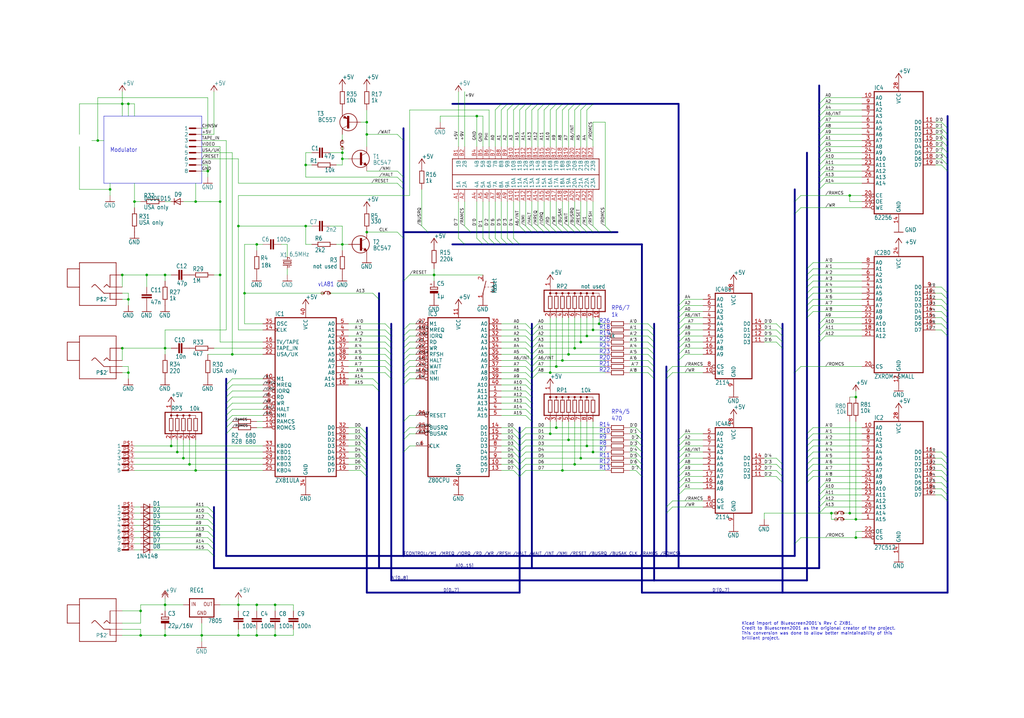
<source format=kicad_sch>
(kicad_sch (version 20250114) (generator "eeschema") (generator_version "9.0")
  (paper "User" 425.45 298.602)
  (title_block (title "Bluescreen2001's ZX81 converted to Kicad") (date "2025-08-30") (rev "C"))
  (text "R18" (at 248.92 137.16 0) (effects (font (size 1.778 1.5113)) (justify left bottom)))
  (text "R13" (at 248.92 195.58 0) (effects (font (size 1.778 1.5113)) (justify left bottom)))
  (text "R23" (at 248.92 147.32 0) (effects (font (size 1.778 1.5113)) (justify left bottom)))
  (text "R14" (at 248.92 177.8 0) (effects (font (size 1.778 1.5113)) (justify left bottom)))
  (text "RP4/5\n470" (at 254 175.26 0) (effects (font (size 1.778 1.5113)) (justify left bottom)))
  (text "R22" (at 248.92 154.94 0) (effects (font (size 1.778 1.5113)) (justify left bottom)))
  (text "R9" (at 248.92 182.88 0) (effects (font (size 1.778 1.5113)) (justify left bottom)))
  (text "R21" (at 248.92 152.4 0) (effects (font (size 1.778 1.5113)) (justify left bottom)))
  (text "R12" (at 248.92 193.04 0) (effects (font (size 1.778 1.5113)) (justify left bottom)))
  (text "Modulator" (at 45.72 63.5 0) (effects (font (size 1.778 1.5113)) (justify left bottom)))
  (text "R26" (at 248.92 134.62 0) (effects (font (size 1.778 1.5113)) (justify left bottom)))
  (text "R10" (at 248.92 180.34 0) (effects (font (size 1.778 1.5113)) (justify left bottom)))
  (text "Kicad import of Bluescreen2001's Rev C ZX81.\nCredit to Bluescreen2001 as the origional creator of the project.\nThis conversion was done to allow better maintainability of this\nbrilliant project." (at 308.102 262.382 0) (effects (font (size 1.27 1.27)) (justify left)))
  (text "R20" (at 248.92 149.86 0) (effects (font (size 1.778 1.5113)) (justify left bottom)))
  (text "RP6/7\n1k" (at 254 132.08 0) (effects (font (size 1.778 1.5113)) (justify left bottom)))
  (text "R11" (at 248.92 190.5 0) (effects (font (size 1.778 1.5113)) (justify left bottom)))
  (text "R8" (at 248.92 185.42 0) (effects (font (size 1.778 1.5113)) (justify left bottom)))
  (text "R25" (at 248.92 142.24 0) (effects (font (size 1.778 1.5113)) (justify left bottom)))
  (text "R7" (at 248.92 187.96 0) (effects (font (size 1.778 1.5113)) (justify left bottom)))
  (text "vLA81" (at 132.08 119.38 0) (effects (font (size 1.778 1.5113)) (justify left bottom)))
  (text "R24" (at 248.92 144.78 0) (effects (font (size 1.778 1.5113)) (justify left bottom)))
  (text "R19" (at 248.92 139.7 0) (effects (font (size 1.778 1.5113)) (justify left bottom)))
  (junction (at 53.34 154.94))
  (junction (at 86.36 71.12))
  (junction (at 243.84 139.7))
  (junction (at 355.6 215.9))
  (junction (at 71.12 185.42))
  (junction (at 238.76 144.78))
  (junction (at 58.42 264.16))
  (junction (at 81.28 83.82))
  (junction (at 142.24 63.5))
  (junction (at 53.34 124.46))
  (junction (at 152.4 50.8))
  (junction (at 53.34 43.18))
  (junction (at 83.82 264.16))
  (junction (at 228.6 154.94))
  (junction (at 81.28 195.58))
  (junction (at 127 93.98))
  (junction (at 198.12 48.26))
  (junction (at 106.68 264.16))
  (junction (at 50.8 114.3))
  (junction (at 233.68 195.58))
  (junction (at 55.88 83.82))
  (junction (at 353.06 213.36))
  (junction (at 91.44 114.3))
  (junction (at 233.68 149.86))
  (junction (at 60.96 114.3))
  (junction (at 50.8 43.18))
  (junction (at 241.3 190.5))
  (junction (at 231.14 152.4))
  (junction (at 142.24 66.04))
  (junction (at 236.22 147.32))
  (junction (at 243.84 185.42))
  (junction (at 236.22 182.88))
  (junction (at 246.38 137.16))
  (junction (at 99.06 93.98))
  (junction (at 99.06 251.46))
  (junction (at 345.44 213.36))
  (junction (at 68.58 114.3))
  (junction (at 355.6 223.52))
  (junction (at 73.66 187.96))
  (junction (at 101.6 121.92))
  (junction (at 353.06 81.28))
  (junction (at 91.44 83.82))
  (junction (at 99.06 264.16))
  (junction (at 106.68 251.46))
  (junction (at 68.58 144.78))
  (junction (at 96.52 147.32))
  (junction (at 241.3 142.24))
  (junction (at 50.8 144.78))
  (junction (at 58.42 254))
  (junction (at 114.3 264.16))
  (junction (at 45.72 78.74))
  (junction (at 114.3 251.46))
  (junction (at 246.38 187.96))
  (junction (at 248.92 134.62))
  (junction (at 355.6 165.1))
  (junction (at 78.74 193.04))
  (junction (at 106.68 101.6))
  (junction (at 127 68.58))
  (junction (at 76.2 190.5))
  (junction (at 152.4 55.88))
  (junction (at 231.14 177.8))
  (junction (at 152.4 96.52))
  (junction (at 142.24 101.6))
  (junction (at 228.6 180.34))
  (junction (at 68.58 264.16))
  (junction (at 68.58 251.46))
  (junction (at 238.76 193.04))
  (junction (at 40.64 58.42))
  (junction (at 180.34 114.3))
  (bus_entry (at 215.9 45.72) (size 2.54 -2.54))
  (bus_entry (at 284.48 190.5) (size -2.54 2.54))
  (bus_entry (at 342.9 45.72) (size -2.54 2.54))
  (bus_entry (at 279.4 208.28) (size -2.54 2.54))
  (bus_entry (at 391.16 63.5) (size 2.54 2.54))
  (bus_entry (at 236.22 93.98) (size 2.54 2.54))
  (bus_entry (at 86.36 228.6) (size 2.54 2.54))
  (bus_entry (at 96.52 172.72) (size -2.54 2.54))
  (bus_entry (at 165.1 71.12) (size 2.54 2.54))
  (bus_entry (at 284.48 200.66) (size -2.54 2.54))
  (bus_entry (at 160.02 154.94) (size 2.54 2.54))
  (bus_entry (at 149.86 190.5) (size 2.54 2.54))
  (bus_entry (at 284.48 129.54) (size -2.54 2.54))
  (bus_entry (at 284.48 193.04) (size -2.54 2.54))
  (bus_entry (at 391.16 124.46) (size 2.54 2.54))
  (bus_entry (at 210.82 99.06) (size 2.54 2.54))
  (bus_entry (at 86.36 226.06) (size 2.54 2.54))
  (bus_entry (at 96.52 170.18) (size -2.54 2.54))
  (bus_entry (at 269.24 137.16) (size 2.54 2.54))
  (bus_entry (at 391.16 68.58) (size 2.54 2.54))
  (bus_entry (at 170.18 152.4) (size -2.54 2.54))
  (bus_entry (at 238.76 93.98) (size 2.54 2.54))
  (bus_entry (at 337.82 195.58) (size -2.54 2.54))
  (bus_entry (at 391.16 50.8) (size 2.54 2.54))
  (bus_entry (at 154.94 157.48) (size 2.54 2.54))
  (bus_entry (at 284.48 180.34) (size -2.54 2.54))
  (bus_entry (at 218.44 149.86) (size 2.54 2.54))
  (bus_entry (at 337.82 129.54) (size -2.54 2.54))
  (bus_entry (at 391.16 203.2) (size 2.54 2.54))
  (bus_entry (at 337.82 182.88) (size -2.54 2.54))
  (bus_entry (at 203.2 99.06) (size 2.54 2.54))
  (bus_entry (at 342.9 208.28) (size -2.54 2.54))
  (bus_entry (at 149.86 177.8) (size 2.54 2.54))
  (bus_entry (at 284.48 144.78) (size -2.54 2.54))
  (bus_entry (at 264.16 187.96) (size 2.54 2.54))
  (bus_entry (at 342.9 71.12) (size -2.54 2.54))
  (bus_entry (at 218.44 160.02) (size 2.54 2.54))
  (bus_entry (at 218.44 195.58) (size -2.54 2.54))
  (bus_entry (at 238.76 45.72) (size 2.54 -2.54))
  (bus_entry (at 86.36 223.52) (size 2.54 2.54))
  (bus_entry (at 170.18 180.34) (size -2.54 2.54))
  (bus_entry (at 218.44 187.96) (size -2.54 2.54))
  (bus_entry (at 149.86 187.96) (size 2.54 2.54))
  (bus_entry (at 170.18 157.48) (size -2.54 2.54))
  (bus_entry (at 284.48 127) (size -2.54 2.54))
  (bus_entry (at 322.58 142.24) (size 2.54 2.54))
  (bus_entry (at 269.24 144.78) (size 2.54 2.54))
  (bus_entry (at 332.74 81.28) (size -2.54 2.54))
  (bus_entry (at 208.28 99.06) (size 2.54 2.54))
  (bus_entry (at 160.02 139.7) (size 2.54 2.54))
  (bus_entry (at 170.18 144.78) (size -2.54 2.54))
  (bus_entry (at 391.16 195.58) (size 2.54 2.54))
  (bus_entry (at 149.86 195.58) (size 2.54 2.54))
  (bus_entry (at 284.48 147.32) (size -2.54 2.54))
  (bus_entry (at 228.6 45.72) (size 2.54 -2.54))
  (bus_entry (at 220.98 93.98) (size 2.54 2.54))
  (bus_entry (at 342.9 76.2) (size -2.54 2.54))
  (bus_entry (at 213.36 187.96) (size 2.54 2.54))
  (bus_entry (at 170.18 139.7) (size -2.54 2.54))
  (bus_entry (at 170.18 142.24) (size -2.54 2.54))
  (bus_entry (at 269.24 149.86) (size 2.54 2.54))
  (bus_entry (at 86.36 220.98) (size 2.54 2.54))
  (bus_entry (at 264.16 180.34) (size 2.54 2.54))
  (bus_entry (at 154.94 121.92) (size 2.54 2.54))
  (bus_entry (at 223.52 152.4) (size -2.54 2.54))
  (bus_entry (at 332.74 86.36) (size -2.54 2.54))
  (bus_entry (at 269.24 142.24) (size 2.54 2.54))
  (bus_entry (at 218.44 180.34) (size -2.54 2.54))
  (bus_entry (at 391.16 205.74) (size 2.54 2.54))
  (bus_entry (at 233.68 93.98) (size 2.54 2.54))
  (bus_entry (at 342.9 139.7) (size -2.54 2.54))
  (bus_entry (at 218.44 147.32) (size 2.54 2.54))
  (bus_entry (at 391.16 137.16) (size 2.54 2.54))
  (bus_entry (at 193.04 93.98) (size 2.54 2.54))
  (bus_entry (at 223.52 134.62) (size -2.54 2.54))
  (bus_entry (at 337.82 193.04) (size -2.54 2.54))
  (bus_entry (at 342.9 53.34) (size -2.54 2.54))
  (bus_entry (at 228.6 93.98) (size 2.54 2.54))
  (bus_entry (at 337.82 185.42) (size -2.54 2.54))
  (bus_entry (at 284.48 124.46) (size -2.54 2.54))
  (bus_entry (at 264.16 182.88) (size 2.54 2.54))
  (bus_entry (at 223.52 144.78) (size -2.54 2.54))
  (bus_entry (at 213.36 185.42) (size 2.54 2.54))
  (bus_entry (at 223.52 137.16) (size -2.54 2.54))
  (bus_entry (at 86.36 218.44) (size 2.54 2.54))
  (bus_entry (at 213.36 195.58) (size 2.54 2.54))
  (bus_entry (at 391.16 132.08) (size 2.54 2.54))
  (bus_entry (at 251.46 93.98) (size 2.54 2.54))
  (bus_entry (at 391.16 134.62) (size 2.54 2.54))
  (bus_entry (at 279.4 154.94) (size -2.54 2.54))
  (bus_entry (at 149.86 193.04) (size 2.54 2.54))
  (bus_entry (at 96.52 165.1) (size -2.54 2.54))
  (bus_entry (at 391.16 127) (size 2.54 2.54))
  (bus_entry (at 218.44 93.98) (size 2.54 2.54))
  (bus_entry (at 342.9 200.66) (size -2.54 2.54))
  (bus_entry (at 243.84 93.98) (size 2.54 2.54))
  (bus_entry (at 170.18 154.94) (size -2.54 2.54))
  (bus_entry (at 269.24 152.4) (size 2.54 2.54))
  (bus_entry (at 170.18 134.62) (size -2.54 2.54))
  (bus_entry (at 236.22 45.72) (size 2.54 -2.54))
  (bus_entry (at 342.9 63.5) (size -2.54 2.54))
  (bus_entry (at 226.06 45.72) (size 2.54 -2.54))
  (bus_entry (at 284.48 203.2) (size -2.54 2.54))
  (bus_entry (at 149.86 182.88) (size 2.54 2.54))
  (bus_entry (at 218.44 190.5) (size -2.54 2.54))
  (bus_entry (at 160.02 142.24) (size 2.54 2.54))
  (bus_entry (at 218.44 172.72) (size 2.54 2.54))
  (bus_entry (at 391.16 198.12) (size 2.54 2.54))
  (bus_entry (at 332.74 152.4) (size -2.54 2.54))
  (bus_entry (at 391.16 119.38) (size 2.54 2.54))
  (bus_entry (at 160.02 149.86) (size 2.54 2.54))
  (bus_entry (at 342.9 132.08) (size -2.54 2.54))
  (bus_entry (at 165.1 96.52) (size 2.54 2.54))
  (bus_entry (at 342.9 73.66) (size -2.54 2.54))
  (bus_entry (at 223.52 139.7) (size -2.54 2.54))
  (bus_entry (at 391.16 58.42) (size 2.54 2.54))
  (bus_entry (at 223.52 149.86) (size -2.54 2.54))
  (bus_entry (at 218.44 45.72) (size 2.54 -2.54))
  (bus_entry (at 391.16 187.96) (size 2.54 2.54))
  (bus_entry (at 284.48 195.58) (size -2.54 2.54))
  (bus_entry (at 391.16 121.92) (size 2.54 2.54))
  (bus_entry (at 218.44 157.48) (size 2.54 2.54))
  (bus_entry (at 223.52 142.24) (size -2.54 2.54))
  (bus_entry (at 264.16 190.5) (size 2.54 2.54))
  (bus_entry (at 284.48 132.08) (size -2.54 2.54))
  (bus_entry (at 170.18 149.86) (size -2.54 2.54))
  (bus_entry (at 218.44 177.8) (size -2.54 2.54))
  (bus_entry (at 342.9 66.04) (size -2.54 2.54))
  (bus_entry (at 342.9 68.58) (size -2.54 2.54))
  (bus_entry (at 241.3 93.98) (size 2.54 2.54))
  (bus_entry (at 284.48 182.88) (size -2.54 2.54))
  (bus_entry (at 154.94 160.02) (size 2.54 2.54))
  (bus_entry (at 391.16 53.34) (size 2.54 2.54))
  (bus_entry (at 218.44 137.16) (size 2.54 2.54))
  (bus_entry (at 269.24 139.7) (size 2.54 2.54))
  (bus_entry (at 342.9 205.74) (size -2.54 2.54))
  (bus_entry (at 200.66 99.06) (size 2.54 2.54))
  (bus_entry (at 170.18 114.3) (size -2.54 2.54))
  (bus_entry (at 337.82 109.22) (size -2.54 2.54))
  (bus_entry (at 391.16 55.88) (size 2.54 2.54))
  (bus_entry (at 86.36 213.36) (size 2.54 2.54))
  (bus_entry (at 218.44 144.78) (size 2.54 2.54))
  (bus_entry (at 269.24 147.32) (size 2.54 2.54))
  (bus_entry (at 342.9 210.82) (size -2.54 2.54))
  (bus_entry (at 215.9 93.98) (size 2.54 2.54))
  (bus_entry (at 96.52 162.56) (size -2.54 2.54))
  (bus_entry (at 284.48 137.16) (size -2.54 2.54))
  (bus_entry (at 337.82 127) (size -2.54 2.54))
  (bus_entry (at 149.86 180.34) (size 2.54 2.54))
  (bus_entry (at 170.18 147.32) (size -2.54 2.54))
  (bus_entry (at 170.18 172.72) (size -2.54 2.54))
  (bus_entry (at 218.44 165.1) (size 2.54 2.54))
  (bus_entry (at 220.98 45.72) (size 2.54 -2.54))
  (bus_entry (at 342.9 43.18) (size -2.54 2.54))
  (bus_entry (at 170.18 185.42) (size -2.54 2.54))
  (bus_entry (at 264.16 193.04) (size 2.54 2.54))
  (bus_entry (at 213.36 99.06) (size 2.54 2.54))
  (bus_entry (at 391.16 200.66) (size 2.54 2.54))
  (bus_entry (at 231.14 45.72) (size 2.54 -2.54))
  (bus_entry (at 86.36 215.9) (size 2.54 2.54))
  (bus_entry (at 96.52 175.26) (size -2.54 2.54))
  (bus_entry (at 337.82 119.38) (size -2.54 2.54))
  (bus_entry (at 218.44 182.88) (size -2.54 2.54))
  (bus_entry (at 342.9 60.96) (size -2.54 2.54))
  (bus_entry (at 337.82 177.8) (size -2.54 2.54))
  (bus_entry (at 337.82 190.5) (size -2.54 2.54))
  (bus_entry (at 332.74 223.52) (size -2.54 2.54))
  (bus_entry (at 218.44 167.64) (size 2.54 2.54))
  (bus_entry (at 337.82 114.3) (size -2.54 2.54))
  (bus_entry (at 264.16 177.8) (size 2.54 2.54))
  (bus_entry (at 284.48 198.12) (size -2.54 2.54))
  (bus_entry (at 218.44 142.24) (size 2.54 2.54))
  (bus_entry (at 213.36 180.34) (size 2.54 2.54))
  (bus_entry (at 96.52 160.02) (size -2.54 2.54))
  (bus_entry (at 241.3 45.72) (size 2.54 -2.54))
  (bus_entry (at 205.74 99.06) (size 2.54 2.54))
  (bus_entry (at 218.44 154.94) (size 2.54 2.54))
  (bus_entry (at 342.9 134.62) (size -2.54 2.54))
  (bus_entry (at 223.52 93.98) (size 2.54 2.54))
  (bus_entry (at 223.52 45.72) (size 2.54 -2.54))
  (bus_entry (at 284.48 142.24) (size -2.54 2.54))
  (bus_entry (at 342.9 203.2) (size -2.54 2.54))
  (bus_entry (at 342.9 137.16) (size -2.54 2.54))
  (bus_entry (at 264.16 195.58) (size 2.54 2.54))
  (bus_entry (at 96.52 177.8) (size -2.54 2.54))
  (bus_entry (at 243.84 45.72) (size 2.54 -2.54))
  (bus_entry (at 391.16 60.96) (size 2.54 2.54))
  (bus_entry (at 322.58 134.62) (size 2.54 2.54))
  (bus_entry (at 284.48 187.96) (size -2.54 2.54))
  (bus_entry (at 160.02 134.62) (size 2.54 2.54))
  (bus_entry (at 218.44 162.56) (size 2.54 2.54))
  (bus_entry (at 269.24 134.62) (size 2.54 2.54))
  (bus_entry (at 269.24 154.94) (size 2.54 2.54))
  (bus_entry (at 223.52 154.94) (size -2.54 2.54))
  (bus_entry (at 246.38 93.98) (size 2.54 2.54))
  (bus_entry (at 218.44 139.7) (size 2.54 2.54))
  (bus_entry (at 342.9 48.26) (size -2.54 2.54))
  (bus_entry (at 322.58 195.58) (size 2.54 2.54))
  (bus_entry (at 175.26 93.98) (size 2.54 2.54))
  (bus_entry (at 337.82 198.12) (size -2.54 2.54))
  (bus_entry (at 322.58 137.16) (size 2.54 2.54))
  (bus_entry (at 264.16 185.42) (size 2.54 2.54))
  (bus_entry (at 160.02 152.4) (size 2.54 2.54))
  (bus_entry (at 233.68 45.72) (size 2.54 -2.54))
  (bus_entry (at 218.44 193.04) (size -2.54 2.54))
  (bus_entry (at 170.18 137.16) (size -2.54 2.54))
  (bus_entry (at 96.52 157.48) (size -2.54 2.54))
  (bus_entry (at 337.82 180.34) (size -2.54 2.54))
  (bus_entry (at 218.44 152.4) (size 2.54 2.54))
  (bus_entry (at 190.5 99.06) (size 2.54 2.54))
  (bus_entry (at 279.4 152.4) (size -2.54 2.54))
  (bus_entry (at 96.52 167.64) (size -2.54 2.54))
  (bus_entry (at 337.82 111.76) (size -2.54 2.54))
  (bus_entry (at 86.36 210.82) (size 2.54 2.54))
  (bus_entry (at 218.44 134.62) (size 2.54 2.54))
  (bus_entry (at 391.16 129.54) (size 2.54 2.54))
  (bus_entry (at 165.1 55.88) (size 2.54 2.54))
  (bus_entry (at 284.48 185.42) (size -2.54 2.54))
  (bus_entry (at 337.82 121.92) (size -2.54 2.54))
  (bus_entry (at 322.58 193.04) (size 2.54 2.54))
  (bus_entry (at 284.48 134.62) (size -2.54 2.54))
  (bus_entry (at 160.02 144.78) (size 2.54 2.54))
  (bus_entry (at 160.02 147.32) (size 2.54 2.54))
  (bus_entry (at 160.02 137.16) (size 2.54 2.54))
  (bus_entry (at 391.16 193.04) (size 2.54 2.54))
  (bus_entry (at 342.9 55.88) (size -2.54 2.54))
  (bus_entry (at 170.18 177.8) (size -2.54 2.54))
  (bus_entry (at 149.86 185.42) (size 2.54 2.54))
  (bus_entry (at 337.82 116.84) (size -2.54 2.54))
  (bus_entry (at 391.16 190.5) (size 2.54 2.54))
  (bus_entry (at 391.16 66.04) (size 2.54 2.54))
  (bus_entry (at 213.36 182.88) (size 2.54 2.54))
  (bus_entry (at 210.82 45.72) (size 2.54 -2.54))
  (bus_entry (at 205.74 45.72) (size 2.54 -2.54))
  (bus_entry (at 165.1 73.66) (size 2.54 2.54))
  (bus_entry (at 165.1 76.2) (size 2.54 2.54))
  (bus_entry (at 213.36 45.72) (size 2.54 -2.54))
  (bus_entry (at 218.44 185.42) (size -2.54 2.54))
  (bus_entry (at 322.58 198.12) (size 2.54 2.54))
  (bus_entry (at 342.9 58.42) (size -2.54 2.54))
  (bus_entry (at 342.9 50.8) (size -2.54 2.54))
  (bus_entry (at 337.82 124.46) (size -2.54 2.54))
  (bus_entry (at 198.12 99.06) (size 2.54 2.54))
  (bus_entry (at 223.52 147.32) (size -2.54 2.54))
  (bus_entry (at 213.36 177.8) (size 2.54 2.54))
  (bus_entry (at 322.58 139.7) (size 2.54 2.54))
  (bus_entry (at 226.06 93.98) (size 2.54 2.54))
  (bus_entry (at 337.82 187.96) (size -2.54 2.54))
  (bus_entry (at 284.48 139.7) (size -2.54 2.54))
  (bus_entry (at 342.9 40.64) (size -2.54 2.54))
  (bus_entry (at 213.36 190.5) (size 2.54 2.54))
  (bus_entry (at 208.28 45.72) (size 2.54 -2.54))
  (bus_entry (at 279.4 210.82) (size -2.54 2.54))
  (bus_entry (at 213.36 193.04) (size 2.54 2.54))
  (bus_entry (at 231.14 93.98) (size 2.54 2.54))
  (bus_entry (at 322.58 190.5) (size 2.54 2.54))
  (bus_entry (at 218.44 170.18) (size 2.54 2.54))
  (bus (pts (xy 325.12 200.66) (xy 325.12 198.12)) (stroke (width 0.762)))
  (wire (pts (xy 358.14 53.34) (xy 342.9 53.34)) (stroke (width 0.1524)))
  (bus (pts (xy 271.78 149.86) (xy 271.78 147.32)) (stroke (width 0.762)))
  (wire (pts (xy 81.28 182.88) (xy 81.28 195.58)) (stroke (width 0.1524)))
  (bus (pts (xy 215.9 43.18) (xy 213.36 43.18)) (stroke (width 0.762)))
  (wire (pts (xy 76.2 251.46) (xy 68.58 251.46)) (stroke (width 0.1524)))
  (wire (pts (xy 208.28 154.94) (xy 218.44 154.94)) (stroke (width 0.1524)))
  (wire (pts (xy 223.52 83.82) (xy 223.52 93.98)) (stroke (width 0.1524)))
  (bus (pts (xy 340.36 43.18) (xy 340.36 35.56)) (stroke (width 0.762)))
  (bus (pts (xy 393.7 200.66) (xy 393.7 198.12)) (stroke (width 0.762)))
  (wire (pts (xy 88.9 38.1) (xy 88.9 55.88)) (stroke (width 0.1524)))
  (wire (pts (xy 233.68 132.08) (xy 233.68 149.86)) (stroke (width 0.1524)))
  (bus (pts (xy 393.7 137.16) (xy 393.7 134.62)) (stroke (width 0.762)))
  (bus (pts (xy 167.64 76.2) (xy 167.64 73.66)) (stroke (width 0.762)))
  (wire (pts (xy 388.62 68.58) (xy 391.16 68.58)) (stroke (width 0.1524)))
  (wire (pts (xy 388.62 58.42) (xy 391.16 58.42)) (stroke (width 0.1524)))
  (wire (pts (xy 208.28 170.18) (xy 218.44 170.18)) (stroke (width 0.1524)))
  (wire (pts (xy 114.3 251.46) (xy 121.92 251.46)) (stroke (width 0.1524)))
  (bus (pts (xy 340.36 203.2) (xy 340.36 142.24)) (stroke (width 0.762)))
  (wire (pts (xy 172.72 134.62) (xy 170.18 134.62)) (stroke (width 0.1524)))
  (bus (pts (xy 393.7 55.88) (xy 393.7 53.34)) (stroke (width 0.762)))
  (bus (pts (xy 228.6 43.18) (xy 226.06 43.18)) (stroke (width 0.762)))
  (wire (pts (xy 388.62 134.62) (xy 391.16 134.62)) (stroke (width 0.1524)))
  (wire (pts (xy 144.78 185.42) (xy 149.86 185.42)) (stroke (width 0.1524)))
  (wire (pts (xy 68.58 248.92) (xy 68.58 251.46)) (stroke (width 0.1524)))
  (wire (pts (xy 205.74 83.82) (xy 205.74 99.06)) (stroke (width 0.1524)))
  (bus (pts (xy 162.56 137.16) (xy 162.56 139.7)) (stroke (width 0.762)))
  (bus (pts (xy 393.7 190.5) (xy 393.7 139.7)) (stroke (width 0.762)))
  (wire (pts (xy 86.36 218.44) (xy 63.5 218.44)) (stroke (width 0.1524)))
  (bus (pts (xy 193.04 101.6) (xy 187.96 101.6)) (stroke (width 0.762)))
  (wire (pts (xy 218.44 60.96) (xy 218.44 45.72)) (stroke (width 0.1524)))
  (wire (pts (xy 144.78 142.24) (xy 160.02 142.24)) (stroke (width 0.1524)))
  (bus (pts (xy 88.9 228.6) (xy 88.9 226.06)) (stroke (width 0.762)))
  (wire (pts (xy 233.68 195.58) (xy 251.46 195.58)) (stroke (width 0.1524)))
  (bus (pts (xy 167.64 160.02) (xy 167.64 175.26)) (stroke (width 0.762)))
  (wire (pts (xy 106.68 101.6) (xy 101.6 101.6)) (stroke (width 0.1524)))
  (bus (pts (xy 241.3 96.52) (xy 243.84 96.52)) (stroke (width 0.762)))
  (bus (pts (xy 325.12 193.04) (xy 325.12 144.78)) (stroke (width 0.762)))
  (wire (pts (xy 99.06 137.16) (xy 109.22 137.16)) (stroke (width 0.1524)))
  (wire (pts (xy 109.22 190.5) (xy 76.2 190.5)) (stroke (width 0.1524)))
  (bus (pts (xy 393.7 129.54) (xy 393.7 127)) (stroke (width 0.762)))
  (bus (pts (xy 88.9 231.14) (xy 88.9 228.6)) (stroke (width 0.762)))
  (bus (pts (xy 393.7 203.2) (xy 393.7 200.66)) (stroke (width 0.762)))
  (bus (pts (xy 281.94 198.12) (xy 281.94 195.58)) (stroke (width 0.762)))
  (bus (pts (xy 167.64 147.32) (xy 167.64 149.86)) (stroke (width 0.762)))
  (wire (pts (xy 182.88 48.26) (xy 198.12 48.26)) (stroke (width 0.1524)))
  (wire (pts (xy 231.14 60.96) (xy 231.14 45.72)) (stroke (width 0.1524)))
  (bus (pts (xy 152.4 190.5) (xy 152.4 187.96)) (stroke (width 0.762)))
  (wire (pts (xy 236.22 175.26) (xy 236.22 182.88)) (stroke (width 0.1524)))
  (wire (pts (xy 358.14 121.92) (xy 337.82 121.92)) (stroke (width 0.1524)))
  (bus (pts (xy 340.36 60.96) (xy 340.36 58.42)) (stroke (width 0.762)))
  (bus (pts (xy 281.94 144.78) (xy 281.94 142.24)) (stroke (width 0.762)))
  (wire (pts (xy 101.6 101.6) (xy 101.6 121.92)) (stroke (width 0.1524)))
  (wire (pts (xy 208.28 185.42) (xy 213.36 185.42)) (stroke (width 0.1524)))
  (wire (pts (xy 261.62 177.8) (xy 264.16 177.8)) (stroke (width 0.1524)))
  (wire (pts (xy 127 63.5) (xy 127 68.58)) (stroke (width 0.1524)))
  (bus (pts (xy 271.78 137.16) (xy 271.78 134.62)) (stroke (width 0.762)))
  (wire (pts (xy 40.64 58.42) (xy 43.18 58.42)) (stroke (width 0.1524)))
  (bus (pts (xy 167.64 231.14) (xy 276.86 231.14)) (stroke (width 0.762)))
  (wire (pts (xy 292.1 154.94) (xy 279.4 154.94)) (stroke (width 0.1524)))
  (bus (pts (xy 271.78 154.94) (xy 271.78 152.4)) (stroke (width 0.762)))
  (wire (pts (xy 241.3 83.82) (xy 241.3 93.98)) (stroke (width 0.1524)))
  (wire (pts (xy 243.84 60.96) (xy 243.84 45.72)) (stroke (width 0.1524)))
  (wire (pts (xy 317.5 213.36) (xy 340.36 213.36)) (stroke (width 0.1524)))
  (wire (pts (xy 236.22 182.88) (xy 251.46 182.88)) (stroke (width 0.1524)))
  (wire (pts (xy 83.82 266.7) (xy 83.82 264.16)) (stroke (width 0.1524)))
  (wire (pts (xy 345.44 213.36) (xy 345.44 215.9)) (stroke (width 0.1524)))
  (wire (pts (xy 101.6 134.62) (xy 109.22 134.62)) (stroke (width 0.1524)))
  (wire (pts (xy 55.88 213.36) (xy 58.42 213.36)) (stroke (width 0.1524)))
  (wire (pts (xy 208.28 195.58) (xy 213.36 195.58)) (stroke (width 0.1524)))
  (wire (pts (xy 129.54 101.6) (xy 127 101.6)) (stroke (width 0.1524)))
  (bus (pts (xy 215.9 187.96) (xy 215.9 190.5)) (stroke (width 0.762)))
  (wire (pts (xy 208.28 83.82) (xy 208.28 99.06)) (stroke (width 0.1524)))
  (wire (pts (xy 358.14 177.8) (xy 337.82 177.8)) (stroke (width 0.1524)))
  (wire (pts (xy 33.02 43.18) (xy 33.02 55.88)) (stroke (width 0.1524)))
  (wire (pts (xy 248.92 132.08) (xy 248.92 134.62)) (stroke (width 0.1524)))
  (wire (pts (xy 106.68 104.14) (xy 106.68 101.6)) (stroke (width 0.1524)))
  (bus (pts (xy 266.7 185.42) (xy 266.7 182.88)) (stroke (width 0.762)))
  (wire (pts (xy 208.28 157.48) (xy 218.44 157.48)) (stroke (width 0.1524)))
  (wire (pts (xy 71.12 83.82) (xy 68.58 83.82)) (stroke (width 0.1524)))
  (bus (pts (xy 220.98 96.52) (xy 223.52 96.52)) (stroke (width 0.762)))
  (wire (pts (xy 58.42 264.16) (xy 68.58 264.16)) (stroke (width 0.1524)))
  (wire (pts (xy 388.62 66.04) (xy 391.16 66.04)) (stroke (width 0.1524)))
  (bus (pts (xy 281.94 147.32) (xy 281.94 144.78)) (stroke (width 0.762)))
  (wire (pts (xy 86.36 40.64) (xy 86.36 53.34)) (stroke (width 0.1524)))
  (bus (pts (xy 88.9 223.52) (xy 88.9 220.98)) (stroke (width 0.762)))
  (wire (pts (xy 261.62 147.32) (xy 269.24 147.32)) (stroke (width 0.1524)))
  (wire (pts (xy 292.1 137.16) (xy 284.48 137.16)) (stroke (width 0.1524)))
  (wire (pts (xy 317.5 190.5) (xy 322.58 190.5)) (stroke (width 0.1524)))
  (wire (pts (xy 144.78 149.86) (xy 160.02 149.86)) (stroke (width 0.1524)))
  (wire (pts (xy 68.58 147.32) (xy 68.58 144.78)) (stroke (width 0.1524)))
  (wire (pts (xy 223.52 137.16) (xy 246.38 137.16)) (stroke (width 0.1524)))
  (bus (pts (xy 243.84 96.52) (xy 246.38 96.52)) (stroke (width 0.762)))
  (wire (pts (xy 226.06 60.96) (xy 226.06 45.72)) (stroke (width 0.1524)))
  (wire (pts (xy 68.58 144.78) (xy 68.58 137.16)) (stroke (width 0.1524)))
  (bus (pts (xy 330.2 231.14) (xy 330.2 226.06)) (stroke (width 0.762)))
  (wire (pts (xy 261.62 134.62) (xy 269.24 134.62)) (stroke (width 0.1524)))
  (bus (pts (xy 93.98 231.14) (xy 93.98 180.34)) (stroke (width 0.762)))
  (wire (pts (xy 358.14 111.76) (xy 337.82 111.76)) (stroke (width 0.1524)))
  (wire (pts (xy 355.6 215.9) (xy 358.14 215.9)) (stroke (width 0.1524)))
  (wire (pts (xy 144.78 154.94) (xy 160.02 154.94)) (stroke (width 0.1524)))
  (wire (pts (xy 292.1 185.42) (xy 284.48 185.42)) (stroke (width 0.1524)))
  (bus (pts (xy 335.28 241.3) (xy 335.28 200.66)) (stroke (width 0.762)))
  (wire (pts (xy 223.52 139.7) (xy 243.84 139.7)) (stroke (width 0.1524)))
  (wire (pts (xy 127 68.58) (xy 127 73.66)) (stroke (width 0.1524)))
  (wire (pts (xy 165.1 55.88) (xy 152.4 55.88)) (stroke (width 0.1524)))
  (wire (pts (xy 152.4 45.72) (xy 152.4 50.8)) (stroke (width 0.1524)))
  (wire (pts (xy 388.62 193.04) (xy 391.16 193.04)) (stroke (width 0.1524)))
  (wire (pts (xy 63.5 215.9) (xy 86.36 215.9)) (stroke (width 0.1524)))
  (wire (pts (xy 106.68 254) (xy 106.68 251.46)) (stroke (width 0.1524)))
  (bus (pts (xy 276.86 231.14) (xy 276.86 213.36)) (stroke (width 0.762)))
  (wire (pts (xy 193.04 83.82) (xy 193.04 93.98)) (stroke (width 0.1524)))
  (bus (pts (xy 281.94 182.88) (xy 281.94 149.86)) (stroke (width 0.762)))
  (bus (pts (xy 281.94 187.96) (xy 281.94 185.42)) (stroke (width 0.762)))
  (bus (pts (xy 335.28 111.76) (xy 335.28 63.5)) (stroke (width 0.762)))
  (wire (pts (xy 238.76 83.82) (xy 238.76 93.98)) (stroke (width 0.1524)))
  (bus (pts (xy 93.98 175.26) (xy 93.98 172.72)) (stroke (width 0.762)))
  (bus (pts (xy 162.56 154.94) (xy 162.56 157.48)) (stroke (width 0.762)))
  (wire (pts (xy 208.28 177.8) (xy 213.36 177.8)) (stroke (width 0.1524)))
  (wire (pts (xy 55.88 43.18) (xy 55.88 48.26)) (stroke (width 0.1524)))
  (wire (pts (xy 358.14 193.04) (xy 337.82 193.04)) (stroke (width 0.1524)))
  (wire (pts (xy 233.68 149.86) (xy 251.46 149.86)) (stroke (width 0.1524)))
  (wire (pts (xy 55.88 223.52) (xy 58.42 223.52)) (stroke (width 0.1524)))
  (bus (pts (xy 220.98 139.7) (xy 220.98 142.24)) (stroke (width 0.762)))
  (wire (pts (xy 358.14 114.3) (xy 337.82 114.3)) (stroke (width 0.1524)))
  (bus (pts (xy 241.3 43.18) (xy 238.76 43.18)) (stroke (width 0.762)))
  (wire (pts (xy 358.14 48.26) (xy 342.9 48.26)) (stroke (width 0.1524)))
  (wire (pts (xy 353.06 175.26) (xy 353.06 213.36)) (stroke (width 0.1524)))
  (wire (pts (xy 200.66 83.82) (xy 200.66 99.06)) (stroke (width 0.1524)))
  (wire (pts (xy 292.1 147.32) (xy 284.48 147.32)) (stroke (width 0.1524)))
  (wire (pts (xy 218.44 190.5) (xy 241.3 190.5)) (stroke (width 0.1524)))
  (wire (pts (xy 388.62 190.5) (xy 391.16 190.5)) (stroke (width 0.1524)))
  (wire (pts (xy 152.4 60.96) (xy 152.4 55.88)) (stroke (width 0.1524)))
  (wire (pts (xy 223.52 60.96) (xy 223.52 45.72)) (stroke (width 0.1524)))
  (wire (pts (xy 358.14 76.2) (xy 342.9 76.2)) (stroke (width 0.1524)))
  (wire (pts (xy 233.68 175.26) (xy 233.68 195.58)) (stroke (width 0.1524)))
  (wire (pts (xy 99.06 254) (xy 99.06 251.46)) (stroke (width 0.1524)))
  (bus (pts (xy 152.4 187.96) (xy 152.4 185.42)) (stroke (width 0.762)))
  (bus (pts (xy 266.7 101.6) (xy 215.9 101.6)) (stroke (width 0.762)))
  (wire (pts (xy 241.3 190.5) (xy 251.46 190.5)) (stroke (width 0.1524)))
  (bus (pts (xy 152.4 180.34) (xy 152.4 177.8)) (stroke (width 0.762)))
  (bus (pts (xy 162.56 152.4) (xy 162.56 154.94)) (stroke (width 0.762)))
  (wire (pts (xy 358.14 198.12) (xy 337.82 198.12)) (stroke (width 0.1524)))
  (wire (pts (xy 246.38 175.26) (xy 246.38 187.96)) (stroke (width 0.1524)))
  (bus (pts (xy 335.28 187.96) (xy 335.28 185.42)) (stroke (width 0.762)))
  (bus (pts (xy 167.64 73.66) (xy 167.64 58.42)) (stroke (width 0.762)))
  (wire (pts (xy 218.44 187.96) (xy 246.38 187.96)) (stroke (width 0.1524)))
  (wire (pts (xy 165.1 71.12) (xy 152.4 71.12)) (stroke (width 0.1524)))
  (bus (pts (xy 152.4 182.88) (xy 152.4 180.34)) (stroke (width 0.762)))
  (bus (pts (xy 340.36 63.5) (xy 340.36 60.96)) (stroke (width 0.762)))
  (wire (pts (xy 358.14 58.42) (xy 342.9 58.42)) (stroke (width 0.1524)))
  (wire (pts (xy 144.78 187.96) (xy 149.86 187.96)) (stroke (width 0.1524)))
  (bus (pts (xy 281.94 127) (xy 281.94 43.18)) (stroke (width 0.762)))
  (wire (pts (xy 144.78 139.7) (xy 160.02 139.7)) (stroke (width 0.1524)))
  (wire (pts (xy 50.8 154.94) (xy 53.34 154.94)) (stroke (width 0.1524)))
  (bus (pts (xy 152.4 198.12) (xy 152.4 195.58)) (stroke (width 0.762)))
  (wire (pts (xy 172.72 154.94) (xy 170.18 154.94)) (stroke (width 0.1524)))
  (wire (pts (xy 175.26 78.74) (xy 175.26 93.98)) (stroke (width 0.1524)))
  (wire (pts (xy 53.34 124.46) (xy 53.34 127)) (stroke (width 0.1524)))
  (wire (pts (xy 220.98 83.82) (xy 220.98 93.98)) (stroke (width 0.1524)))
  (bus (pts (xy 152.4 195.58) (xy 152.4 193.04)) (stroke (width 0.762)))
  (wire (pts (xy 55.88 215.9) (xy 58.42 215.9)) (stroke (width 0.1524)))
  (bus (pts (xy 271.78 152.4) (xy 271.78 149.86)) (stroke (width 0.762)))
  (bus (pts (xy 220.98 134.62) (xy 220.98 137.16)) (stroke (width 0.762)))
  (bus (pts (xy 393.7 63.5) (xy 393.7 60.96)) (stroke (width 0.762)))
  (wire (pts (xy 292.1 142.24) (xy 284.48 142.24)) (stroke (width 0.1524)))
  (bus (pts (xy 220.98 144.78) (xy 220.98 147.32)) (stroke (width 0.762)))
  (bus (pts (xy 340.36 208.28) (xy 340.36 205.74)) (stroke (width 0.762)))
  (wire (pts (xy 91.44 83.82) (xy 81.28 83.82)) (stroke (width 0.1524)))
  (wire (pts (xy 355.6 223.52) (xy 332.74 223.52)) (stroke (width 0.1524)))
  (bus (pts (xy 335.28 114.3) (xy 335.28 111.76)) (stroke (width 0.762)))
  (wire (pts (xy 190.5 83.82) (xy 190.5 99.06)) (stroke (width 0.1524)))
  (wire (pts (xy 388.62 119.38) (xy 391.16 119.38)) (stroke (width 0.1524)))
  (wire (pts (xy 358.14 200.66) (xy 342.9 200.66)) (stroke (width 0.1524)))
  (bus (pts (xy 271.78 142.24) (xy 271.78 139.7)) (stroke (width 0.762)))
  (wire (pts (xy 172.72 149.86) (xy 170.18 149.86)) (stroke (width 0.1524)))
  (wire (pts (xy 388.62 124.46) (xy 391.16 124.46)) (stroke (width 0.1524)))
  (wire (pts (xy 50.8 149.86) (xy 50.8 144.78)) (stroke (width 0.1524)))
  (wire (pts (xy 317.5 134.62) (xy 322.58 134.62)) (stroke (width 0.1524)))
  (bus (pts (xy 393.7 134.62) (xy 393.7 132.08)) (stroke (width 0.762)))
  (wire (pts (xy 193.04 60.96) (xy 193.04 38.1)) (stroke (width 0.1524)))
  (wire (pts (xy 228.6 132.08) (xy 228.6 154.94)) (stroke (width 0.1524)))
  (wire (pts (xy 91.44 114.3) (xy 91.44 83.82)) (stroke (width 0.1524)))
  (wire (pts (xy 144.78 193.04) (xy 149.86 193.04)) (stroke (width 0.1524)))
  (bus (pts (xy 271.78 147.32) (xy 271.78 144.78)) (stroke (width 0.762)))
  (bus (pts (xy 220.98 43.18) (xy 218.44 43.18)) (stroke (width 0.762)))
  (bus (pts (xy 246.38 96.52) (xy 248.92 96.52)) (stroke (width 0.762)))
  (wire (pts (xy 358.14 63.5) (xy 342.9 63.5)) (stroke (width 0.1524)))
  (wire (pts (xy 355.6 175.26) (xy 355.6 215.9)) (stroke (width 0.1524)))
  (bus (pts (xy 281.94 200.66) (xy 281.94 198.12)) (stroke (width 0.762)))
  (bus (pts (xy 213.36 43.18) (xy 210.82 43.18)) (stroke (width 0.762)))
  (wire (pts (xy 358.14 187.96) (xy 337.82 187.96)) (stroke (width 0.1524)))
  (wire (pts (xy 137.16 121.92) (xy 154.94 121.92)) (stroke (width 0.1524)))
  (wire (pts (xy 261.62 180.34) (xy 264.16 180.34)) (stroke (width 0.1524)))
  (wire (pts (xy 261.62 137.16) (xy 269.24 137.16)) (stroke (width 0.1524)))
  (wire (pts (xy 83.82 264.16) (xy 83.82 259.08)) (stroke (width 0.1524)))
  (bus (pts (xy 393.7 53.34) (xy 393.7 48.26)) (stroke (width 0.762)))
  (wire (pts (xy 109.22 167.64) (xy 96.52 167.64)) (stroke (width 0.1524)))
  (bus (pts (xy 393.7 139.7) (xy 393.7 137.16)) (stroke (width 0.762)))
  (wire (pts (xy 292.1 208.28) (xy 279.4 208.28)) (stroke (width 0.1524)))
  (bus (pts (xy 335.28 129.54) (xy 335.28 127)) (stroke (width 0.762)))
  (wire (pts (xy 208.28 137.16) (xy 218.44 137.16)) (stroke (width 0.1524)))
  (wire (pts (xy 109.22 160.02) (xy 96.52 160.02)) (stroke (width 0.1524)))
  (bus (pts (xy 330.2 226.06) (xy 330.2 154.94)) (stroke (width 0.762)))
  (bus (pts (xy 276.86 231.14) (xy 330.2 231.14)) (stroke (width 0.762)))
  (wire (pts (xy 236.22 83.82) (xy 236.22 93.98)) (stroke (width 0.1524)))
  (wire (pts (xy 261.62 182.88) (xy 264.16 182.88)) (stroke (width 0.1524)))
  (wire (pts (xy 144.78 157.48) (xy 154.94 157.48)) (stroke (width 0.1524)))
  (wire (pts (xy 144.78 180.34) (xy 149.86 180.34)) (stroke (width 0.1524)))
  (bus (pts (xy 340.36 71.12) (xy 340.36 68.58)) (stroke (width 0.762)))
  (wire (pts (xy 215.9 60.96) (xy 215.9 45.72)) (stroke (width 0.1524)))
  (wire (pts (xy 358.14 81.28) (xy 353.06 81.28)) (stroke (width 0.1524)))
  (wire (pts (xy 109.22 101.6) (xy 106.68 101.6)) (stroke (width 0.1524)))
  (bus (pts (xy 266.7 195.58) (xy 266.7 193.04)) (stroke (width 0.762)))
  (wire (pts (xy 101.6 121.92) (xy 101.6 134.62)) (stroke (width 0.1524)))
  (bus (pts (xy 213.36 101.6) (xy 210.82 101.6)) (stroke (width 0.762)))
  (wire (pts (xy 228.6 154.94) (xy 223.52 154.94)) (stroke (width 0.1524)))
  (bus (pts (xy 167.64 182.88) (xy 167.64 187.96)) (stroke (width 0.762)))
  (wire (pts (xy 109.22 170.18) (xy 96.52 170.18)) (stroke (width 0.1524)))
  (wire (pts (xy 358.14 152.4) (xy 332.74 152.4)) (stroke (width 0.1524)))
  (wire (pts (xy 134.62 121.92) (xy 101.6 121.92)) (stroke (width 0.1524)))
  (wire (pts (xy 261.62 142.24) (xy 269.24 142.24)) (stroke (width 0.1524)))
  (bus (pts (xy 340.36 58.42) (xy 340.36 55.88)) (stroke (width 0.762)))
  (bus (pts (xy 271.78 139.7) (xy 271.78 137.16)) (stroke (width 0.762)))
  (wire (pts (xy 144.78 190.5) (xy 149.86 190.5)) (stroke (width 0.1524)))
  (wire (pts (xy 358.14 40.64) (xy 342.9 40.64)) (stroke (width 0.1524)))
  (wire (pts (xy 119.38 114.3) (xy 119.38 111.76)) (stroke (width 0.1524)))
  (bus (pts (xy 281.94 129.54) (xy 281.94 127)) (stroke (width 0.762)))
  (wire (pts (xy 238.76 175.26) (xy 238.76 193.04)) (stroke (width 0.1524)))
  (wire (pts (xy 292.1 152.4) (xy 279.4 152.4)) (stroke (width 0.1524)))
  (bus (pts (xy 340.36 48.26) (xy 340.36 45.72)) (stroke (width 0.762)))
  (wire (pts (xy 137.16 93.98) (xy 142.24 93.98)) (stroke (width 0.1524)))
  (wire (pts (xy 109.22 195.58) (xy 81.28 195.58)) (stroke (width 0.1524)))
  (wire (pts (xy 358.14 134.62) (xy 342.9 134.62)) (stroke (width 0.1524)))
  (wire (pts (xy 208.28 165.1) (xy 218.44 165.1)) (stroke (width 0.1524)))
  (wire (pts (xy 208.28 60.96) (xy 208.28 45.72)) (stroke (width 0.1524)))
  (wire (pts (xy 170.18 114.3) (xy 180.34 114.3)) (stroke (width 0.1524)))
  (wire (pts (xy 76.2 83.82) (xy 81.28 83.82)) (stroke (width 0.1524)))
  (bus (pts (xy 238.76 43.18) (xy 236.22 43.18)) (stroke (width 0.762)))
  (wire (pts (xy 93.98 58.42) (xy 83.82 58.42)) (stroke (width 0.1524)))
  (wire (pts (xy 350.52 215.9) (xy 355.6 215.9)) (stroke (width 0.1524)))
  (wire (pts (xy 231.14 175.26) (xy 231.14 177.8)) (stroke (width 0.1524)))
  (wire (pts (xy 208.28 190.5) (xy 213.36 190.5)) (stroke (width 0.1524)))
  (wire (pts (xy 144.78 147.32) (xy 160.02 147.32)) (stroke (width 0.1524)))
  (wire (pts (xy 236.22 147.32) (xy 251.46 147.32)) (stroke (width 0.1524)))
  (bus (pts (xy 215.9 177.8) (xy 215.9 180.34)) (stroke (width 0.762)))
  (bus (pts (xy 281.94 185.42) (xy 281.94 182.88)) (stroke (width 0.762)))
  (wire (pts (xy 172.72 172.72) (xy 170.18 172.72)) (stroke (width 0.1524)))
  (bus (pts (xy 335.28 124.46) (xy 335.28 121.92)) (stroke (width 0.762)))
  (wire (pts (xy 388.62 203.2) (xy 391.16 203.2)) (stroke (width 0.1524)))
  (bus (pts (xy 330.2 88.9) (xy 330.2 83.82)) (stroke (width 0.762)))
  (bus (pts (xy 215.9 182.88) (xy 215.9 185.42)) (stroke (width 0.762)))
  (wire (pts (xy 50.8 119.38) (xy 50.8 114.3)) (stroke (width 0.1524)))
  (wire (pts (xy 96.52 63.5) (xy 96.52 147.32)) (stroke (width 0.1524)))
  (wire (pts (xy 231.14 132.08) (xy 231.14 152.4)) (stroke (width 0.1524)))
  (wire (pts (xy 358.14 83.82) (xy 353.06 83.82)) (stroke (width 0.1524)))
  (wire (pts (xy 238.76 144.78) (xy 251.46 144.78)) (stroke (width 0.1524)))
  (wire (pts (xy 246.38 137.16) (xy 251.46 137.16)) (stroke (width 0.1524)))
  (wire (pts (xy 50.8 43.18) (xy 53.34 43.18)) (stroke (width 0.1524)))
  (wire (pts (xy 172.72 139.7) (xy 170.18 139.7)) (stroke (width 0.1524)))
  (wire (pts (xy 106.68 251.46) (xy 114.3 251.46)) (stroke (width 0.1524)))
  (wire (pts (xy 238.76 193.04) (xy 251.46 193.04)) (stroke (width 0.1524)))
  (bus (pts (xy 93.98 165.1) (xy 93.98 162.56)) (stroke (width 0.762)))
  (bus (pts (xy 266.7 187.96) (xy 266.7 185.42)) (stroke (width 0.762)))
  (bus (pts (xy 228.6 96.52) (xy 231.14 96.52)) (stroke (width 0.762)))
  (wire (pts (xy 129.54 68.58) (xy 127 68.58)) (stroke (width 0.1524)))
  (bus (pts (xy 281.94 193.04) (xy 281.94 190.5)) (stroke (width 0.762)))
  (wire (pts (xy 223.52 152.4) (xy 231.14 152.4)) (stroke (width 0.1524)))
  (wire (pts (xy 220.98 60.96) (xy 220.98 45.72)) (stroke (width 0.1524)))
  (bus (pts (xy 243.84 43.18) (xy 241.3 43.18)) (stroke (width 0.762)))
  (bus (pts (xy 167.64 180.34) (xy 167.64 182.88)) (stroke (width 0.762)))
  (bus (pts (xy 167.64 152.4) (xy 167.64 154.94)) (stroke (width 0.762)))
  (wire (pts (xy 210.82 60.96) (xy 210.82 45.72)) (stroke (width 0.1524)))
  (wire (pts (xy 388.62 50.8) (xy 391.16 50.8)) (stroke (width 0.1524)))
  (bus (pts (xy 223.52 96.52) (xy 226.06 96.52)) (stroke (width 0.762)))
  (bus (pts (xy 88.9 213.36) (xy 88.9 210.82)) (stroke (width 0.762)))
  (bus (pts (xy 167.64 175.26) (xy 167.64 180.34)) (stroke (width 0.762)))
  (bus (pts (xy 335.28 185.42) (xy 335.28 182.88)) (stroke (width 0.762)))
  (wire (pts (xy 261.62 193.04) (xy 264.16 193.04)) (stroke (width 0.1524)))
  (wire (pts (xy 127 101.6) (xy 127 93.98)) (stroke (width 0.1524)))
  (wire (pts (xy 388.62 121.92) (xy 391.16 121.92)) (stroke (width 0.1524)))
  (wire (pts (xy 208.28 152.4) (xy 218.44 152.4)) (stroke (width 0.1524)))
  (bus (pts (xy 393.7 124.46) (xy 393.7 121.92)) (stroke (width 0.762)))
  (wire (pts (xy 208.28 172.72) (xy 218.44 172.72)) (stroke (width 0.1524)))
  (wire (pts (xy 68.58 137.16) (xy 93.98 137.16)) (stroke (width 0.1524)))
  (bus (pts (xy 330.2 154.94) (xy 330.2 88.9)) (stroke (width 0.762)))
  (wire (pts (xy 388.62 53.34) (xy 391.16 53.34)) (stroke (width 0.1524)))
  (bus (pts (xy 340.36 139.7) (xy 340.36 137.16)) (stroke (width 0.762)))
  (wire (pts (xy 86.36 228.6) (xy 63.5 228.6)) (stroke (width 0.1524)))
  (wire (pts (xy 71.12 182.88) (xy 71.12 185.42)) (stroke (width 0.1524)))
  (wire (pts (xy 218.44 195.58) (xy 233.68 195.58)) (stroke (width 0.1524)))
  (wire (pts (xy 292.1 203.2) (xy 284.48 203.2)) (stroke (width 0.1524)))
  (wire (pts (xy 83.82 68.58) (xy 86.36 68.58)) (stroke (width 0.1524)))
  (wire (pts (xy 292.1 210.82) (xy 279.4 210.82)) (stroke (width 0.1524)))
  (wire (pts (xy 358.14 208.28) (xy 342.9 208.28)) (stroke (width 0.1524)))
  (wire (pts (xy 109.22 165.1) (xy 96.52 165.1)) (stroke (width 0.1524)))
  (wire (pts (xy 317.5 193.04) (xy 322.58 193.04)) (stroke (width 0.1524)))
  (wire (pts (xy 93.98 137.16) (xy 93.98 58.42)) (stroke (width 0.1524)))
  (wire (pts (xy 358.14 116.84) (xy 337.82 116.84)) (stroke (width 0.1524)))
  (wire (pts (xy 246.38 50.8) (xy 246.38 60.96)) (stroke (width 0.1524)))
  (wire (pts (xy 50.8 124.46) (xy 53.34 124.46)) (stroke (width 0.1524)))
  (bus (pts (xy 220.98 142.24) (xy 220.98 144.78)) (stroke (width 0.762)))
  (wire (pts (xy 223.52 134.62) (xy 248.92 134.62)) (stroke (width 0.1524)))
  (bus (pts (xy 208.28 43.18) (xy 187.96 43.18)) (stroke (width 0.762)))
  (wire (pts (xy 228.6 60.96) (xy 228.6 45.72)) (stroke (width 0.1524)))
  (bus (pts (xy 220.98 172.72) (xy 220.98 175.26)) (stroke (width 0.762)))
  (wire (pts (xy 88.9 144.78) (xy 109.22 144.78)) (stroke (width 0.1524)))
  (bus (pts (xy 177.8 96.52) (xy 195.58 96.52)) (stroke (width 0.762)))
  (wire (pts (xy 292.1 187.96) (xy 284.48 187.96)) (stroke (width 0.1524)))
  (bus (pts (xy 167.64 58.42) (xy 167.64 53.34)) (stroke (width 0.762)))
  (bus (pts (xy 325.12 198.12) (xy 325.12 195.58)) (stroke (width 0.762)))
  (wire (pts (xy 218.44 185.42) (xy 243.84 185.42)) (stroke (width 0.1524)))
  (bus (pts (xy 220.98 165.1) (xy 220.98 167.64)) (stroke (width 0.762)))
  (wire (pts (xy 109.22 147.32) (xy 96.52 147.32)) (stroke (width 0.1524)))
  (wire (pts (xy 203.2 45.72) (xy 170.18 45.72)) (stroke (width 0.1524)))
  (wire (pts (xy 248.92 134.62) (xy 251.46 134.62)) (stroke (width 0.1524)))
  (wire (pts (xy 109.22 185.42) (xy 71.12 185.42)) (stroke (width 0.1524)))
  (wire (pts (xy 172.72 180.34) (xy 170.18 180.34)) (stroke (width 0.1524)))
  (wire (pts (xy 246.38 132.08) (xy 246.38 137.16)) (stroke (width 0.1524)))
  (bus (pts (xy 276.86 154.94) (xy 276.86 152.4)) (stroke (width 0.762)))
  (bus (pts (xy 335.28 121.92) (xy 335.28 119.38)) (stroke (width 0.762)))
  (wire (pts (xy 55.88 218.44) (xy 58.42 218.44)) (stroke (width 0.1524)))
  (wire (pts (xy 358.14 180.34) (xy 337.82 180.34)) (stroke (width 0.1524)))
  (wire (pts (xy 317.5 139.7) (xy 322.58 139.7)) (stroke (width 0.1524)))
  (wire (pts (xy 88.9 55.88) (xy 83.82 55.88)) (stroke (width 0.1524)))
  (wire (pts (xy 71.12 185.42) (xy 55.88 185.42)) (stroke (width 0.1524)))
  (wire (pts (xy 142.24 68.58) (xy 142.24 66.04)) (stroke (width 0.1524)))
  (wire (pts (xy 261.62 144.78) (xy 269.24 144.78)) (stroke (width 0.1524)))
  (bus (pts (xy 271.78 144.78) (xy 271.78 142.24)) (stroke (width 0.762)))
  (wire (pts (xy 172.72 152.4) (xy 170.18 152.4)) (stroke (width 0.1524)))
  (wire (pts (xy 350.52 213.36) (xy 353.06 213.36)) (stroke (width 0.1524)))
  (wire (pts (xy 58.42 83.82) (xy 55.88 83.82)) (stroke (width 0.1524)))
  (wire (pts (xy 292.1 195.58) (xy 284.48 195.58)) (stroke (width 0.1524)))
  (wire (pts (xy 58.42 261.62) (xy 58.42 264.16)) (stroke (width 0.1524)))
  (bus (pts (xy 276.86 157.48) (xy 276.86 154.94)) (stroke (width 0.762)))
  (wire (pts (xy 149.86 50.8) (xy 152.4 50.8)) (stroke (width 0.1524)))
  (bus (pts (xy 281.94 203.2) (xy 281.94 200.66)) (stroke (width 0.762)))
  (wire (pts (xy 165.1 76.2) (xy 99.06 76.2)) (stroke (width 0.1524)))
  (wire (pts (xy 172.72 142.24) (xy 170.18 142.24)) (stroke (width 0.1524)))
  (wire (pts (xy 208.28 149.86) (xy 218.44 149.86)) (stroke (width 0.1524)))
  (wire (pts (xy 208.28 180.34) (xy 213.36 180.34)) (stroke (width 0.1524)))
  (bus (pts (xy 162.56 147.32) (xy 162.56 149.86)) (stroke (width 0.762)))
  (wire (pts (xy 203.2 83.82) (xy 203.2 99.06)) (stroke (width 0.1524)))
  (wire (pts (xy 50.8 254) (xy 58.42 254)) (stroke (width 0.1524)))
  (bus (pts (xy 167.64 157.48) (xy 167.64 160.02)) (stroke (width 0.762)))
  (wire (pts (xy 261.62 185.42) (xy 264.16 185.42)) (stroke (width 0.1524)))
  (bus (pts (xy 393.7 193.04) (xy 393.7 190.5)) (stroke (width 0.762)))
  (bus (pts (xy 220.98 152.4) (xy 220.98 154.94)) (stroke (width 0.762)))
  (wire (pts (xy 76.2 190.5) (xy 55.88 190.5)) (stroke (width 0.1524)))
  (wire (pts (xy 73.66 182.88) (xy 73.66 187.96)) (stroke (width 0.1524)))
  (bus (pts (xy 220.98 167.64) (xy 220.98 170.18)) (stroke (width 0.762)))
  (wire (pts (xy 144.78 134.62) (xy 160.02 134.62)) (stroke (width 0.1524)))
  (wire (pts (xy 99.06 251.46) (xy 106.68 251.46)) (stroke (width 0.1524)))
  (bus (pts (xy 167.64 96.52) (xy 177.8 96.52)) (stroke (width 0.762)))
  (wire (pts (xy 218.44 193.04) (xy 238.76 193.04)) (stroke (width 0.1524)))
  (wire (pts (xy 317.5 142.24) (xy 322.58 142.24)) (stroke (width 0.1524)))
  (bus (pts (xy 335.28 132.08) (xy 335.28 129.54)) (stroke (width 0.762)))
  (wire (pts (xy 358.14 203.2) (xy 342.9 203.2)) (stroke (width 0.1524)))
  (wire (pts (xy 208.28 193.04) (xy 213.36 193.04)) (stroke (width 0.1524)))
  (wire (pts (xy 99.06 251.46) (xy 99.06 248.92)) (stroke (width 0.1524)))
  (wire (pts (xy 233.68 60.96) (xy 233.68 45.72)) (stroke (width 0.1524)))
  (bus (pts (xy 281.94 134.62) (xy 281.94 132.08)) (stroke (width 0.762)))
  (wire (pts (xy 144.78 152.4) (xy 160.02 152.4)) (stroke (width 0.1524)))
  (bus (pts (xy 335.28 127) (xy 335.28 124.46)) (stroke (width 0.762)))
  (wire (pts (xy 358.14 190.5) (xy 337.82 190.5)) (stroke (width 0.1524)))
  (wire (pts (xy 292.1 129.54) (xy 284.48 129.54)) (stroke (width 0.1524)))
  (bus (pts (xy 281.94 236.22) (xy 281.94 205.74)) (stroke (width 0.762)))
  (bus (pts (xy 393.7 198.12) (xy 393.7 195.58)) (stroke (width 0.762)))
  (polyline (pts (xy 83.82 76.2) (xy 83.82 48.26)) (stroke (width 0.1524) (type solid)))
  (wire (pts (xy 208.28 162.56) (xy 218.44 162.56)) (stroke (width 0.1524)))
  (wire (pts (xy 119.38 101.6) (xy 116.84 101.6)) (stroke (width 0.1524)))
  (wire (pts (xy 172.72 185.42) (xy 170.18 185.42)) (stroke (width 0.1524)))
  (wire (pts (xy 358.14 220.98) (xy 355.6 220.98)) (stroke (width 0.1524)))
  (wire (pts (xy 142.24 101.6) (xy 139.7 101.6)) (stroke (width 0.1524)))
  (bus (pts (xy 220.98 236.22) (xy 281.94 236.22)) (stroke (width 0.762)))
  (bus (pts (xy 393.7 246.38) (xy 393.7 208.28)) (stroke (width 0.762)))
  (wire (pts (xy 190.5 60.96) (xy 190.5 38.1)) (stroke (width 0.1524)))
  (polyline (pts (xy 43.18 76.2) (xy 83.82 76.2)) (stroke (width 0.1524) (type solid)))
  (bus (pts (xy 281.94 236.22) (xy 340.36 236.22)) (stroke (width 0.762)))
  (wire (pts (xy 345.44 215.9) (xy 347.98 215.9)) (stroke (width 0.1524)))
  (wire (pts (xy 106.68 261.62) (xy 106.68 264.16)) (stroke (width 0.1524)))
  (wire (pts (xy 243.84 83.82) (xy 243.84 93.98)) (stroke (width 0.1524)))
  (bus (pts (xy 325.12 246.38) (xy 325.12 200.66)) (stroke (width 0.762)))
  (bus (pts (xy 236.22 43.18) (xy 233.68 43.18)) (stroke (width 0.762)))
  (bus (pts (xy 200.66 101.6) (xy 193.04 101.6)) (stroke (width 0.762)))
  (bus (pts (xy 167.64 231.14) (xy 93.98 231.14)) (stroke (width 0.762)))
  (bus (pts (xy 220.98 170.18) (xy 220.98 172.72)) (stroke (width 0.762)))
  (bus (pts (xy 393.7 60.96) (xy 393.7 58.42)) (stroke (width 0.762)))
  (wire (pts (xy 251.46 154.94) (xy 228.6 154.94)) (stroke (width 0.1524)))
  (bus (pts (xy 220.98 157.48) (xy 220.98 160.02)) (stroke (width 0.762)))
  (wire (pts (xy 358.14 129.54) (xy 337.82 129.54)) (stroke (width 0.1524)))
  (wire (pts (xy 60.96 114.3) (xy 60.96 119.38)) (stroke (width 0.1524)))
  (wire (pts (xy 53.34 154.94) (xy 53.34 157.48)) (stroke (width 0.1524)))
  (bus (pts (xy 93.98 170.18) (xy 93.98 167.64)) (stroke (width 0.762)))
  (bus (pts (xy 340.36 53.34) (xy 340.36 50.8)) (stroke (width 0.762)))
  (wire (pts (xy 55.88 210.82) (xy 58.42 210.82)) (stroke (width 0.1524)))
  (wire (pts (xy 208.28 142.24) (xy 218.44 142.24)) (stroke (width 0.1524)))
  (wire (pts (xy 358.14 223.52) (xy 355.6 223.52)) (stroke (width 0.1524)))
  (wire (pts (xy 91.44 251.46) (xy 99.06 251.46)) (stroke (width 0.1524)))
  (wire (pts (xy 358.14 55.88) (xy 342.9 55.88)) (stroke (width 0.1524)))
  (wire (pts (xy 388.62 195.58) (xy 391.16 195.58)) (stroke (width 0.1524)))
  (bus (pts (xy 335.28 119.38) (xy 335.28 116.84)) (stroke (width 0.762)))
  (bus (pts (xy 203.2 101.6) (xy 200.66 101.6)) (stroke (width 0.762)))
  (bus (pts (xy 220.98 162.56) (xy 220.98 165.1)) (stroke (width 0.762)))
  (wire (pts (xy 170.18 45.72) (xy 170.18 81.28)) (stroke (width 0.1524)))
  (bus (pts (xy 281.94 142.24) (xy 281.94 139.7)) (stroke (width 0.762)))
  (wire (pts (xy 228.6 180.34) (xy 251.46 180.34)) (stroke (width 0.1524)))
  (wire (pts (xy 180.34 114.3) (xy 200.66 114.3)) (stroke (width 0.1524)))
  (wire (pts (xy 208.28 139.7) (xy 218.44 139.7)) (stroke (width 0.1524)))
  (wire (pts (xy 45.72 78.74) (xy 33.02 78.74)) (stroke (width 0.1524)))
  (wire (pts (xy 292.1 182.88) (xy 284.48 182.88)) (stroke (width 0.1524)))
  (wire (pts (xy 208.28 147.32) (xy 218.44 147.32)) (stroke (width 0.1524)))
  (wire (pts (xy 388.62 63.5) (xy 391.16 63.5)) (stroke (width 0.1524)))
  (bus (pts (xy 223.52 43.18) (xy 220.98 43.18)) (stroke (width 0.762)))
  (bus (pts (xy 220.98 147.32) (xy 220.98 149.86)) (stroke (width 0.762)))
  (wire (pts (xy 317.5 198.12) (xy 322.58 198.12)) (stroke (width 0.1524)))
  (wire (pts (xy 91.44 142.24) (xy 91.44 114.3)) (stroke (width 0.1524)))
  (bus (pts (xy 271.78 241.3) (xy 335.28 241.3)) (stroke (width 0.762)))
  (wire (pts (xy 172.72 177.8) (xy 170.18 177.8)) (stroke (width 0.1524)))
  (wire (pts (xy 292.1 190.5) (xy 284.48 190.5)) (stroke (width 0.1524)))
  (wire (pts (xy 292.1 198.12) (xy 284.48 198.12)) (stroke (width 0.1524)))
  (bus (pts (xy 266.7 193.04) (xy 266.7 190.5)) (stroke (width 0.762)))
  (bus (pts (xy 152.4 193.04) (xy 152.4 190.5)) (stroke (width 0.762)))
  (wire (pts (xy 45.72 76.2) (xy 45.72 78.74)) (stroke (width 0.1524)))
  (wire (pts (xy 261.62 149.86) (xy 269.24 149.86)) (stroke (width 0.1524)))
  (wire (pts (xy 223.52 144.78) (xy 238.76 144.78)) (stroke (width 0.1524)))
  (wire (pts (xy 121.92 251.46) (xy 121.92 254)) (stroke (width 0.1524)))
  (bus (pts (xy 325.12 142.24) (xy 325.12 139.7)) (stroke (width 0.762)))
  (wire (pts (xy 127 93.98) (xy 129.54 93.98)) (stroke (width 0.1524)))
  (bus (pts (xy 271.78 241.3) (xy 271.78 157.48)) (stroke (width 0.762)))
  (bus (pts (xy 266.7 246.38) (xy 325.12 246.38)) (stroke (width 0.762)))
  (bus (pts (xy 393.7 195.58) (xy 393.7 193.04)) (stroke (width 0.762)))
  (wire (pts (xy 60.96 114.3) (xy 50.8 114.3)) (stroke (width 0.1524)))
  (wire (pts (xy 292.1 139.7) (xy 284.48 139.7)) (stroke (width 0.1524)))
  (wire (pts (xy 142.24 93.98) (xy 142.24 101.6)) (stroke (width 0.1524)))
  (wire (pts (xy 91.44 60.96) (xy 91.44 83.82)) (stroke (width 0.1524)))
  (bus (pts (xy 393.7 132.08) (xy 393.7 129.54)) (stroke (width 0.762)))
  (wire (pts (xy 218.44 177.8) (xy 231.14 177.8)) (stroke (width 0.1524)))
  (wire (pts (xy 388.62 60.96) (xy 391.16 60.96)) (stroke (width 0.1524)))
  (bus (pts (xy 276.86 213.36) (xy 276.86 210.82)) (stroke (width 0.762)))
  (bus (pts (xy 220.98 137.16) (xy 220.98 139.7)) (stroke (width 0.762)))
  (wire (pts (xy 71.12 144.78) (xy 68.58 144.78)) (stroke (width 0.1524)))
  (bus (pts (xy 325.12 195.58) (xy 325.12 193.04)) (stroke (width 0.762)))
  (wire (pts (xy 53.34 43.18) (xy 53.34 48.26)) (stroke (width 0.1524)))
  (wire (pts (xy 358.14 132.08) (xy 342.9 132.08)) (stroke (width 0.1524)))
  (wire (pts (xy 129.54 63.5) (xy 127 63.5)) (stroke (width 0.1524)))
  (bus (pts (xy 93.98 172.72) (xy 93.98 170.18)) (stroke (width 0.762)))
  (bus (pts (xy 281.94 132.08) (xy 281.94 129.54)) (stroke (width 0.762)))
  (wire (pts (xy 231.14 177.8) (xy 251.46 177.8)) (stroke (width 0.1524)))
  (wire (pts (xy 205.74 60.96) (xy 205.74 45.72)) (stroke (width 0.1524)))
  (wire (pts (xy 81.28 83.82) (xy 81.28 76.2)) (stroke (width 0.1524)))
  (bus (pts (xy 162.56 241.3) (xy 271.78 241.3)) (stroke (width 0.762)))
  (bus (pts (xy 162.56 134.62) (xy 162.56 137.16)) (stroke (width 0.762)))
  (bus (pts (xy 152.4 185.42) (xy 152.4 182.88)) (stroke (width 0.762)))
  (wire (pts (xy 228.6 175.26) (xy 228.6 180.34)) (stroke (width 0.1524)))
  (wire (pts (xy 208.28 187.96) (xy 213.36 187.96)) (stroke (width 0.1524)))
  (bus (pts (xy 215.9 198.12) (xy 215.9 246.38)) (stroke (width 0.762)))
  (bus (pts (xy 340.36 78.74) (xy 340.36 76.2)) (stroke (width 0.762)))
  (bus (pts (xy 266.7 190.5) (xy 266.7 187.96)) (stroke (width 0.762)))
  (bus (pts (xy 157.48 162.56) (xy 157.48 160.02)) (stroke (width 0.762)))
  (wire (pts (xy 58.42 259.08) (xy 58.42 254)) (stroke (width 0.1524)))
  (wire (pts (xy 33.02 78.74) (xy 33.02 60.96)) (stroke (width 0.1524)))
  (wire (pts (xy 109.22 172.72) (xy 96.52 172.72)) (stroke (width 0.1524)))
  (wire (pts (xy 53.34 152.4) (xy 53.34 154.94)) (stroke (width 0.1524)))
  (bus (pts (xy 162.56 139.7) (xy 162.56 142.24)) (stroke (width 0.762)))
  (bus (pts (xy 167.64 116.84) (xy 167.64 137.16)) (stroke (width 0.762)))
  (bus (pts (xy 88.9 218.44) (xy 88.9 215.9)) (stroke (width 0.762)))
  (bus (pts (xy 281.94 139.7) (xy 281.94 137.16)) (stroke (width 0.762)))
  (wire (pts (xy 99.06 66.04) (xy 83.82 66.04)) (stroke (width 0.1524)))
  (wire (pts (xy 68.58 144.78) (xy 50.8 144.78)) (stroke (width 0.1524)))
  (wire (pts (xy 50.8 43.18) (xy 50.8 48.26)) (stroke (width 0.1524)))
  (bus (pts (xy 340.36 68.58) (xy 340.36 66.04)) (stroke (width 0.762)))
  (bus (pts (xy 340.36 76.2) (xy 340.36 73.66)) (stroke (width 0.762)))
  (wire (pts (xy 358.14 71.12) (xy 342.9 71.12)) (stroke (width 0.1524)))
  (bus (pts (xy 335.28 198.12) (xy 335.28 195.58)) (stroke (width 0.762)))
  (bus (pts (xy 340.36 205.74) (xy 340.36 203.2)) (stroke (width 0.762)))
  (wire (pts (xy 86.36 213.36) (xy 63.5 213.36)) (stroke (width 0.1524)))
  (wire (pts (xy 233.68 83.82) (xy 233.68 93.98)) (stroke (width 0.1524)))
  (wire (pts (xy 172.72 137.16) (xy 170.18 137.16)) (stroke (width 0.1524)))
  (bus (pts (xy 281.94 205.74) (xy 281.94 203.2)) (stroke (width 0.762)))
  (wire (pts (xy 172.72 157.48) (xy 170.18 157.48)) (stroke (width 0.1524)))
  (wire (pts (xy 96.52 147.32) (xy 86.36 147.32)) (stroke (width 0.1524)))
  (wire (pts (xy 40.64 40.64) (xy 40.64 58.42)) (stroke (width 0.1524)))
  (bus (pts (xy 220.98 154.94) (xy 220.98 157.48)) (stroke (width 0.762)))
  (wire (pts (xy 358.14 182.88) (xy 337.82 182.88)) (stroke (width 0.1524)))
  (bus (pts (xy 220.98 236.22) (xy 157.48 236.22)) (stroke (width 0.762)))
  (wire (pts (xy 109.22 162.56) (xy 96.52 162.56)) (stroke (width 0.1524)))
  (wire (pts (xy 223.52 142.24) (xy 241.3 142.24)) (stroke (width 0.1524)))
  (bus (pts (xy 167.64 139.7) (xy 167.64 142.24)) (stroke (width 0.762)))
  (wire (pts (xy 180.34 114.3) (xy 180.34 111.76)) (stroke (width 0.1524)))
  (wire (pts (xy 106.68 177.8) (xy 109.22 177.8)) (stroke (width 0.1524)))
  (bus (pts (xy 335.28 200.66) (xy 335.28 198.12)) (stroke (width 0.762)))
  (wire (pts (xy 358.14 50.8) (xy 342.9 50.8)) (stroke (width 0.1524)))
  (wire (pts (xy 68.58 264.16) (xy 68.58 261.62)) (stroke (width 0.1524)))
  (wire (pts (xy 243.84 139.7) (xy 251.46 139.7)) (stroke (width 0.1524)))
  (wire (pts (xy 50.8 152.4) (xy 53.34 152.4)) (stroke (width 0.1524)))
  (wire (pts (xy 144.78 195.58) (xy 149.86 195.58)) (stroke (width 0.1524)))
  (bus (pts (xy 226.06 96.52) (xy 228.6 96.52)) (stroke (width 0.762)))
  (bus (pts (xy 167.64 137.16) (xy 167.64 139.7)) (stroke (width 0.762)))
  (bus (pts (xy 340.36 45.72) (xy 340.36 43.18)) (stroke (width 0.762)))
  (bus (pts (xy 88.9 236.22) (xy 88.9 231.14)) (stroke (width 0.762)))
  (wire (pts (xy 165.1 73.66) (xy 127 73.66)) (stroke (width 0.1524)))
  (bus (pts (xy 281.94 190.5) (xy 281.94 187.96)) (stroke (width 0.762)))
  (wire (pts (xy 114.3 264.16) (xy 121.92 264.16)) (stroke (width 0.1524)))
  (wire (pts (xy 355.6 165.1) (xy 353.06 165.1)) (stroke (width 0.1524)))
  (wire (pts (xy 292.1 124.46) (xy 284.48 124.46)) (stroke (width 0.1524)))
  (wire (pts (xy 144.78 160.02) (xy 154.94 160.02)) (stroke (width 0.1524)))
  (bus (pts (xy 93.98 180.34) (xy 93.98 177.8)) (stroke (width 0.762)))
  (wire (pts (xy 139.7 68.58) (xy 142.24 68.58)) (stroke (width 0.1524)))
  (wire (pts (xy 76.2 182.88) (xy 76.2 190.5)) (stroke (width 0.1524)))
  (bus (pts (xy 330.2 83.82) (xy 330.2 78.74)) (stroke (width 0.762)))
  (bus (pts (xy 167.64 142.24) (xy 167.64 144.78)) (stroke (width 0.762)))
  (wire (pts (xy 317.5 213.36) (xy 317.5 215.9)) (stroke (width 0.1524)))
  (wire (pts (xy 172.72 147.32) (xy 170.18 147.32)) (stroke (width 0.1524)))
  (wire (pts (xy 144.78 182.88) (xy 149.86 182.88)) (stroke (width 0.1524)))
  (wire (pts (xy 218.44 83.82) (xy 218.44 93.98)) (stroke (width 0.1524)))
  (wire (pts (xy 78.74 182.88) (xy 78.74 193.04)) (stroke (width 0.1524)))
  (bus (pts (xy 220.98 160.02) (xy 220.98 162.56)) (stroke (width 0.762)))
  (wire (pts (xy 261.62 195.58) (xy 264.16 195.58)) (stroke (width 0.1524)))
  (bus (pts (xy 157.48 236.22) (xy 88.9 236.22)) (stroke (width 0.762)))
  (bus (pts (xy 220.98 175.26) (xy 220.98 236.22)) (stroke (width 0.762)))
  (bus (pts (xy 325.12 144.78) (xy 325.12 142.24)) (stroke (width 0.762)))
  (wire (pts (xy 358.14 137.16) (xy 342.9 137.16)) (stroke (width 0.1524)))
  (wire (pts (xy 142.24 63.5) (xy 142.24 60.96)) (stroke (width 0.1524)))
  (wire (pts (xy 83.82 264.16) (xy 68.58 264.16)) (stroke (width 0.1524)))
  (wire (pts (xy 358.14 119.38) (xy 337.82 119.38)) (stroke (width 0.1524)))
  (bus (pts (xy 340.36 236.22) (xy 340.36 213.36)) (stroke (width 0.762)))
  (wire (pts (xy 223.52 147.32) (xy 236.22 147.32)) (stroke (width 0.1524)))
  (wire (pts (xy 231.14 152.4) (xy 251.46 152.4)) (stroke (width 0.1524)))
  (bus (pts (xy 215.9 195.58) (xy 215.9 198.12)) (stroke (width 0.762)))
  (wire (pts (xy 99.06 81.28) (xy 99.06 93.98)) (stroke (width 0.1524)))
  (wire (pts (xy 182.88 50.8) (xy 182.88 48.26)) (stroke (width 0.1524)))
  (wire (pts (xy 55.88 83.82) (xy 55.88 76.2)) (stroke (width 0.1524)))
  (wire (pts (xy 218.44 182.88) (xy 236.22 182.88)) (stroke (width 0.1524)))
  (bus (pts (xy 393.7 71.12) (xy 393.7 68.58)) (stroke (width 0.762)))
  (wire (pts (xy 358.14 210.82) (xy 342.9 210.82)) (stroke (width 0.1524)))
  (wire (pts (xy 345.44 213.36) (xy 347.98 213.36)) (stroke (width 0.1524)))
  (wire (pts (xy 358.14 139.7) (xy 342.9 139.7)) (stroke (width 0.1524)))
  (wire (pts (xy 358.14 60.96) (xy 342.9 60.96)) (stroke (width 0.1524)))
  (wire (pts (xy 208.28 182.88) (xy 213.36 182.88)) (stroke (width 0.1524)))
  (wire (pts (xy 172.72 144.78) (xy 170.18 144.78)) (stroke (width 0.1524)))
  (wire (pts (xy 358.14 68.58) (xy 342.9 68.58)) (stroke (width 0.1524)))
  (wire (pts (xy 109.22 157.48) (xy 96.52 157.48)) (stroke (width 0.1524)))
  (wire (pts (xy 243.84 185.42) (xy 251.46 185.42)) (stroke (width 0.1524)))
  (wire (pts (xy 238.76 60.96) (xy 238.76 45.72)) (stroke (width 0.1524)))
  (wire (pts (xy 228.6 83.82) (xy 228.6 93.98)) (stroke (width 0.1524)))
  (bus (pts (xy 233.68 96.52) (xy 236.22 96.52)) (stroke (width 0.762)))
  (bus (pts (xy 340.36 210.82) (xy 340.36 208.28)) (stroke (width 0.762)))
  (polyline (pts (xy 43.18 48.26) (xy 43.18 76.2)) (stroke (width 0.1524) (type solid)))
  (wire (pts (xy 83.82 264.16) (xy 99.06 264.16)) (stroke (width 0.1524)))
  (wire (pts (xy 358.14 124.46) (xy 337.82 124.46)) (stroke (width 0.1524)))
  (bus (pts (xy 335.28 193.04) (xy 335.28 190.5)) (stroke (width 0.762)))
  (bus (pts (xy 281.94 137.16) (xy 281.94 134.62)) (stroke (width 0.762)))
  (wire (pts (xy 215.9 83.82) (xy 215.9 93.98)) (stroke (width 0.1524)))
  (wire (pts (xy 317.5 195.58) (xy 322.58 195.58)) (stroke (width 0.1524)))
  (bus (pts (xy 167.64 96.52) (xy 167.64 99.06)) (stroke (width 0.762)))
  (wire (pts (xy 236.22 60.96) (xy 236.22 45.72)) (stroke (width 0.1524)))
  (wire (pts (xy 144.78 137.16) (xy 160.02 137.16)) (stroke (width 0.1524)))
  (wire (pts (xy 355.6 162.56) (xy 355.6 165.1)) (stroke (width 0.1524)))
  (bus (pts (xy 393.7 127) (xy 393.7 124.46)) (stroke (width 0.762)))
  (wire (pts (xy 127 93.98) (xy 99.06 93.98)) (stroke (width 0.1524)))
  (wire (pts (xy 96.52 63.5) (xy 83.82 63.5)) (stroke (width 0.1524)))
  (wire (pts (xy 99.06 264.16) (xy 106.68 264.16)) (stroke (width 0.1524)))
  (bus (pts (xy 231.14 43.18) (xy 228.6 43.18)) (stroke (width 0.762)))
  (wire (pts (xy 231.14 83.82) (xy 231.14 93.98)) (stroke (width 0.1524)))
  (wire (pts (xy 144.78 144.78) (xy 160.02 144.78)) (stroke (width 0.1524)))
  (bus (pts (xy 254 96.52) (xy 256.54 96.52)) (stroke (width 0.762)))
  (wire (pts (xy 241.3 60.96) (xy 241.3 45.72)) (stroke (width 0.1524)))
  (bus (pts (xy 238.76 96.52) (xy 241.3 96.52)) (stroke (width 0.762)))
  (bus (pts (xy 167.64 99.06) (xy 167.64 116.84)) (stroke (width 0.762)))
  (wire (pts (xy 45.72 81.28) (xy 45.72 78.74)) (stroke (width 0.1524)))
  (bus (pts (xy 393.7 58.42) (xy 393.7 55.88)) (stroke (width 0.762)))
  (bus (pts (xy 208.28 101.6) (xy 205.74 101.6)) (stroke (width 0.762)))
  (wire (pts (xy 358.14 66.04) (xy 342.9 66.04)) (stroke (width 0.1524)))
  (wire (pts (xy 73.66 187.96) (xy 55.88 187.96)) (stroke (width 0.1524)))
  (bus (pts (xy 218.44 43.18) (xy 215.9 43.18)) (stroke (width 0.762)))
  (bus (pts (xy 335.28 190.5) (xy 335.28 187.96)) (stroke (width 0.762)))
  (wire (pts (xy 58.42 251.46) (xy 68.58 251.46)) (stroke (width 0.1524)))
  (wire (pts (xy 208.28 167.64) (xy 218.44 167.64)) (stroke (width 0.1524)))
  (wire (pts (xy 241.3 190.5) (xy 241.3 175.26)) (stroke (width 0.1524)))
  (wire (pts (xy 50.8 261.62) (xy 58.42 261.62)) (stroke (width 0.1524)))
  (bus (pts (xy 162.56 142.24) (xy 162.56 144.78)) (stroke (width 0.762)))
  (wire (pts (xy 388.62 198.12) (xy 391.16 198.12)) (stroke (width 0.1524)))
  (bus (pts (xy 93.98 167.64) (xy 93.98 165.1)) (stroke (width 0.762)))
  (wire (pts (xy 200.66 48.26) (xy 200.66 60.96)) (stroke (width 0.1524)))
  (bus (pts (xy 335.28 180.34) (xy 335.28 132.08)) (stroke (width 0.762)))
  (bus (pts (xy 157.48 160.02) (xy 157.48 124.46)) (stroke (width 0.762)))
  (wire (pts (xy 170.18 81.28) (xy 99.06 81.28)) (stroke (width 0.1524)))
  (wire (pts (xy 261.62 139.7) (xy 269.24 139.7)) (stroke (width 0.1524)))
  (wire (pts (xy 50.8 38.1) (xy 50.8 43.18)) (stroke (width 0.1524)))
  (bus (pts (xy 162.56 149.86) (xy 162.56 152.4)) (stroke (width 0.762)))
  (bus (pts (xy 340.36 137.16) (xy 340.36 134.62)) (stroke (width 0.762)))
  (wire (pts (xy 358.14 45.72) (xy 342.9 45.72)) (stroke (width 0.1524)))
  (bus (pts (xy 195.58 96.52) (xy 218.44 96.52)) (stroke (width 0.762)))
  (bus (pts (xy 266.7 198.12) (xy 266.7 195.58)) (stroke (width 0.762)))
  (bus (pts (xy 215.9 190.5) (xy 215.9 193.04)) (stroke (width 0.762)))
  (bus (pts (xy 88.9 226.06) (xy 88.9 223.52)) (stroke (width 0.762)))
  (bus (pts (xy 157.48 236.22) (xy 157.48 162.56)) (stroke (width 0.762)))
  (bus (pts (xy 162.56 144.78) (xy 162.56 147.32)) (stroke (width 0.762)))
  (wire (pts (xy 208.28 144.78) (xy 218.44 144.78)) (stroke (width 0.1524)))
  (wire (pts (xy 63.5 223.52) (xy 86.36 223.52)) (stroke (width 0.1524)))
  (bus (pts (xy 167.64 78.74) (xy 167.64 76.2)) (stroke (width 0.762)))
  (wire (pts (xy 226.06 83.82) (xy 226.06 93.98)) (stroke (width 0.1524)))
  (bus (pts (xy 167.64 96.52) (xy 167.64 78.74)) (stroke (width 0.762)))
  (bus (pts (xy 276.86 210.82) (xy 276.86 157.48)) (stroke (width 0.762)))
  (wire (pts (xy 388.62 200.66) (xy 391.16 200.66)) (stroke (width 0.1524)))
  (wire (pts (xy 86.36 68.58) (xy 86.36 71.12)) (stroke (width 0.1524)))
  (bus (pts (xy 215.9 180.34) (xy 215.9 182.88)) (stroke (width 0.762)))
  (wire (pts (xy 86.36 71.12) (xy 86.36 73.66)) (stroke (width 0.1524)))
  (bus (pts (xy 393.7 68.58) (xy 393.7 66.04)) (stroke (width 0.762)))
  (wire (pts (xy 198.12 83.82) (xy 198.12 99.06)) (stroke (width 0.1524)))
  (bus (pts (xy 210.82 101.6) (xy 208.28 101.6)) (stroke (width 0.762)))
  (bus (pts (xy 325.12 139.7) (xy 325.12 137.16)) (stroke (width 0.762)))
  (wire (pts (xy 210.82 83.82) (xy 210.82 99.06)) (stroke (width 0.1524)))
  (wire (pts (xy 292.1 127) (xy 284.48 127)) (stroke (width 0.1524)))
  (wire (pts (xy 243.84 132.08) (xy 243.84 139.7)) (stroke (width 0.1524)))
  (wire (pts (xy 114.3 254) (xy 114.3 251.46)) (stroke (width 0.1524)))
  (bus (pts (xy 93.98 177.8) (xy 93.98 175.26)) (stroke (width 0.762)))
  (wire (pts (xy 388.62 187.96) (xy 391.16 187.96)) (stroke (width 0.1524)))
  (wire (pts (xy 99.06 261.62) (xy 99.06 264.16)) (stroke (width 0.1524)))
  (bus (pts (xy 340.36 213.36) (xy 340.36 210.82)) (stroke (width 0.762)))
  (bus (pts (xy 335.28 116.84) (xy 335.28 114.3)) (stroke (width 0.762)))
  (bus (pts (xy 325.12 137.16) (xy 325.12 134.62)) (stroke (width 0.762)))
  (wire (pts (xy 53.34 43.18) (xy 55.88 43.18)) (stroke (width 0.1524)))
  (wire (pts (xy 55.88 226.06) (xy 58.42 226.06)) (stroke (width 0.1524)))
  (bus (pts (xy 236.22 96.52) (xy 238.76 96.52)) (stroke (width 0.762)))
  (wire (pts (xy 144.78 177.8) (xy 149.86 177.8)) (stroke (width 0.1524)))
  (wire (pts (xy 292.1 144.78) (xy 284.48 144.78)) (stroke (width 0.1524)))
  (wire (pts (xy 353.06 83.82) (xy 353.06 81.28)) (stroke (width 0.1524)))
  (wire (pts (xy 91.44 60.96) (xy 83.82 60.96)) (stroke (width 0.1524)))
  (wire (pts (xy 388.62 137.16) (xy 391.16 137.16)) (stroke (width 0.1524)))
  (bus (pts (xy 215.9 101.6) (xy 213.36 101.6)) (stroke (width 0.762)))
  (wire (pts (xy 292.1 180.34) (xy 284.48 180.34)) (stroke (width 0.1524)))
  (bus (pts (xy 340.36 55.88) (xy 340.36 53.34)) (stroke (width 0.762)))
  (wire (pts (xy 86.36 53.34) (xy 83.82 53.34)) (stroke (width 0.1524)))
  (bus (pts (xy 393.7 121.92) (xy 393.7 71.12)) (stroke (width 0.762)))
  (wire (pts (xy 292.1 193.04) (xy 284.48 193.04)) (stroke (width 0.1524)))
  (wire (pts (xy 292.1 134.62) (xy 284.48 134.62)) (stroke (width 0.1524)))
  (wire (pts (xy 223.52 149.86) (xy 233.68 149.86)) (stroke (width 0.1524)))
  (bus (pts (xy 393.7 208.28) (xy 393.7 205.74)) (stroke (width 0.762)))
  (wire (pts (xy 358.14 205.74) (xy 342.9 205.74)) (stroke (width 0.1524)))
  (bus (pts (xy 210.82 43.18) (xy 208.28 43.18)) (stroke (width 0.762)))
  (wire (pts (xy 358.14 86.36) (xy 332.74 86.36)) (stroke (width 0.1524)))
  (wire (pts (xy 86.36 226.06) (xy 63.5 226.06)) (stroke (width 0.1524)))
  (bus (pts (xy 231.14 96.52) (xy 233.68 96.52)) (stroke (width 0.762)))
  (wire (pts (xy 292.1 132.08) (xy 284.48 132.08)) (stroke (width 0.1524)))
  (wire (pts (xy 58.42 254) (xy 58.42 251.46)) (stroke (width 0.1524)))
  (wire (pts (xy 340.36 213.36) (xy 345.44 213.36)) (stroke (width 0.1524)))
  (wire (pts (xy 99.06 93.98) (xy 99.06 137.16)) (stroke (width 0.1524)))
  (wire (pts (xy 180.34 116.84) (xy 180.34 114.3)) (stroke (width 0.1524)))
  (bus (pts (xy 248.92 96.52) (xy 254 96.52)) (stroke (width 0.762)))
  (wire (pts (xy 81.28 195.58) (xy 55.88 195.58)) (stroke (width 0.1524)))
  (wire (pts (xy 358.14 73.66) (xy 342.9 73.66)) (stroke (width 0.1524)))
  (wire (pts (xy 109.22 193.04) (xy 78.74 193.04)) (stroke (width 0.1524)))
  (bus (pts (xy 266.7 180.34) (xy 266.7 101.6)) (stroke (width 0.762)))
  (wire (pts (xy 358.14 109.22) (xy 337.82 109.22)) (stroke (width 0.1524)))
  (bus (pts (xy 335.28 182.88) (xy 335.28 180.34)) (stroke (width 0.762)))
  (wire (pts (xy 198.12 48.26) (xy 200.66 48.26)) (stroke (width 0.1524)))
  (bus (pts (xy 218.44 96.52) (xy 220.98 96.52)) (stroke (width 0.762)))
  (wire (pts (xy 213.36 60.96) (xy 213.36 45.72)) (stroke (width 0.1524)))
  (bus (pts (xy 340.36 134.62) (xy 340.36 78.74)) (stroke (width 0.762)))
  (wire (pts (xy 292.1 200.66) (xy 284.48 200.66)) (stroke (width 0.1524)))
  (bus (pts (xy 393.7 205.74) (xy 393.7 203.2)) (stroke (width 0.762)))
  (wire (pts (xy 40.64 58.42) (xy 38.1 58.42)) (stroke (width 0.1524)))
  (wire (pts (xy 63.5 220.98) (xy 86.36 220.98)) (stroke (width 0.1524)))
  (wire (pts (xy 358.14 127) (xy 337.82 127)) (stroke (width 0.1524)))
  (wire (pts (xy 109.22 187.96) (xy 73.66 187.96)) (stroke (width 0.1524)))
  (wire (pts (xy 142.24 104.14) (xy 142.24 101.6)) (stroke (width 0.1524)))
  (wire (pts (xy 50.8 264.16) (xy 58.42 264.16)) (stroke (width 0.1524)))
  (bus (pts (xy 340.36 73.66) (xy 340.36 71.12)) (stroke (width 0.762)))
  (wire (pts (xy 238.76 144.78) (xy 238.76 132.08)) (stroke (width 0.1524)))
  (wire (pts (xy 91.44 114.3) (xy 88.9 114.3)) (stroke (width 0.1524)))
  (wire (pts (xy 388.62 55.88) (xy 391.16 55.88)) (stroke (width 0.1524)))
  (wire (pts (xy 353.06 213.36) (xy 358.14 213.36)) (stroke (width 0.1524)))
  (bus (pts (xy 233.68 43.18) (xy 231.14 43.18)) (stroke (width 0.762)))
  (bus (pts (xy 281.94 149.86) (xy 281.94 147.32)) (stroke (width 0.762)))
  (wire (pts (xy 109.22 142.24) (xy 91.44 142.24)) (stroke (width 0.1524)))
  (wire (pts (xy 198.12 60.96) (xy 198.12 48.26)) (stroke (width 0.1524)))
  (bus (pts (xy 281.94 43.18) (xy 246.38 43.18)) (stroke (width 0.762)))
  (wire (pts (xy 144.78 101.6) (xy 142.24 101.6)) (stroke (width 0.1524)))
  (bus (pts (xy 167.64 187.96) (xy 167.64 231.14)) (stroke (width 0.762)))
  (wire (pts (xy 388.62 129.54) (xy 391.16 129.54)) (stroke (width 0.1524)))
  (bus (pts (xy 340.36 66.04) (xy 340.36 63.5)) (stroke (width 0.762)))
  (wire (pts (xy 353.06 81.28) (xy 332.74 81.28)) (stroke (width 0.1524)))
  (bus (pts (xy 325.12 246.38) (xy 393.7 246.38)) (stroke (width 0.762)))
  (wire (pts (xy 137.16 63.5) (xy 142.24 63.5)) (stroke (width 0.1524)))
  (wire (pts (xy 261.62 154.94) (xy 269.24 154.94)) (stroke (width 0.1524)))
  (wire (pts (xy 388.62 205.74) (xy 391.16 205.74)) (stroke (width 0.1524)))
  (bus (pts (xy 157.48 124.46) (xy 157.48 121.92)) (stroke (width 0.762)))
  (wire (pts (xy 99.06 76.2) (xy 99.06 66.04)) (stroke (width 0.1524)))
  (bus (pts (xy 340.36 50.8) (xy 340.36 48.26)) (stroke (width 0.762)))
  (wire (pts (xy 208.28 134.62) (xy 218.44 134.62)) (stroke (width 0.1524)))
  (wire (pts (xy 142.24 63.5) (xy 142.24 66.04)) (stroke (width 0.1524)))
  (wire (pts (xy 261.62 190.5) (xy 264.16 190.5)) (stroke (width 0.1524)))
  (bus (pts (xy 215.9 246.38) (xy 152.4 246.38)) (stroke (width 0.762)))
  (wire (pts (xy 236.22 132.08) (xy 236.22 147.32)) (stroke (width 0.1524)))
  (bus (pts (xy 266.7 182.88) (xy 266.7 180.34)) (stroke (width 0.762)))
  (bus (pts (xy 167.64 149.86) (xy 167.64 152.4)) (stroke (width 0.762)))
  (bus (pts (xy 162.56 157.48) (xy 162.56 241.3)) (stroke (width 0.762)))
  (wire (pts (xy 53.34 121.92) (xy 53.34 124.46)) (stroke (width 0.1524)))
  (wire (pts (xy 241.3 132.08) (xy 241.3 142.24)) (stroke (width 0.1524)))
  (wire (pts (xy 50.8 121.92) (xy 53.34 121.92)) (stroke (width 0.1524)))
  (bus (pts (xy 266.7 246.38) (xy 266.7 198.12)) (stroke (width 0.762)))
  (wire (pts (xy 358.14 195.58) (xy 337.82 195.58)) (stroke (width 0.1524)))
  (wire (pts (xy 68.58 116.84) (xy 68.58 114.3)) (stroke (width 0.1524)))
  (wire (pts (xy 50.8 259.08) (xy 58.42 259.08)) (stroke (width 0.1524)))
  (wire (pts (xy 71.12 114.3) (xy 68.58 114.3)) (stroke (width 0.1524)))
  (wire (pts (xy 261.62 187.96) (xy 264.16 187.96)) (stroke (width 0.1524)))
  (bus (pts (xy 93.98 160.02) (xy 93.98 157.48)) (stroke (width 0.762)))
  (wire (pts (xy 241.3 142.24) (xy 251.46 142.24)) (stroke (width 0.1524)))
  (wire (pts (xy 203.2 60.96) (xy 203.2 45.72)) (stroke (width 0.1524)))
  (wire (pts (xy 261.62 152.4) (xy 269.24 152.4)) (stroke (width 0.1524)))
  (wire (pts (xy 243.84 175.26) (xy 243.84 185.42)) (stroke (width 0.1524)))
  (wire (pts (xy 142.24 66.04) (xy 144.78 66.04)) (stroke (width 0.1524)))
  (wire (pts (xy 218.44 180.34) (xy 228.6 180.34)) (stroke (width 0.1524)))
  (wire (pts (xy 55.88 228.6) (xy 58.42 228.6)) (stroke (width 0.1524)))
  (wire (pts (xy 358.14 185.42) (xy 337.82 185.42)) (stroke (width 0.1524)))
  (wire (pts (xy 86.36 40.64) (xy 40.64 40.64)) (stroke (width 0.1524)))
  (bus (pts (xy 93.98 162.56) (xy 93.98 160.02)) (stroke (width 0.762)))
  (bus (pts (xy 167.64 154.94) (xy 167.64 157.48)) (stroke (width 0.762)))
  (bus (pts (xy 205.74 101.6) (xy 203.2 101.6)) (stroke (width 0.762)))
  (wire (pts (xy 119.38 106.68) (xy 119.38 101.6)) (stroke (width 0.1524)))
  (wire (pts (xy 83.82 71.12) (xy 86.36 71.12)) (stroke (width 0.1524)))
  (bus (pts (xy 340.36 142.24) (xy 340.36 139.7)) (stroke (width 0.762)))
  (wire (pts (xy 358.14 43.18) (xy 342.9 43.18)) (stroke (width 0.1524)))
  (bus (pts (xy 152.4 246.38) (xy 152.4 198.12)) (stroke (width 0.762)))
  (wire (pts (xy 106.68 175.26) (xy 109.22 175.26)) (stroke (width 0.1524)))
  (wire (pts (xy 208.28 160.02) (xy 218.44 160.02)) (stroke (width 0.1524)))
  (bus (pts (xy 335.28 195.58) (xy 335.28 193.04)) (stroke (width 0.762)))
  (wire (pts (xy 63.5 210.82) (xy 86.36 210.82)) (stroke (width 0.1524)))
  (bus (pts (xy 271.78 157.48) (xy 271.78 154.94)) (stroke (width 0.762)))
  (wire (pts (xy 165.1 96.52) (xy 152.4 96.52)) (stroke (width 0.1524)))
  (bus (pts (xy 246.38 43.18) (xy 243.84 43.18)) (stroke (width 0.762)))
  (bus (pts (xy 281.94 195.58) (xy 281.94 193.04)) (stroke (width 0.762)))
  (bus (pts (xy 167.64 144.78) (xy 167.64 147.32)) (stroke (width 0.762)))
  (wire (pts (xy 251.46 50.8) (xy 246.38 50.8)) (stroke (width 0.1524)))
  (bus (pts (xy 215.9 193.04) (xy 215.9 195.58)) (stroke (width 0.762)))
  (wire (pts (xy 68.58 254) (xy 68.58 251.46)) (stroke (width 0.1524)))
  (wire (pts (xy 355.6 220.98) (xy 355.6 223.52)) (stroke (width 0.1524)))
  (wire (pts (xy 78.74 193.04) (xy 55.88 193.04)) (stroke (width 0.1524)))
  (polyline (pts (xy 83.82 48.26) (xy 43.18 48.26)) (stroke (width 0.1524) (type solid)))
  (bus (pts (xy 88.9 215.9) (xy 88.9 213.36)) (stroke (width 0.762)))
  (wire (pts (xy 246.38 83.82) (xy 246.38 93.98)) (stroke (width 0.1524)))
  (wire (pts (xy 317.5 137.16) (xy 322.58 137.16)) (stroke (width 0.1524)))
  (wire (pts (xy 388.62 127) (xy 391.16 127)) (stroke (width 0.1524)))
  (wire (pts (xy 251.46 93.98) (xy 251.46 50.8)) (stroke (width 0.1524)))
  (bus (pts (xy 215.9 185.42) (xy 215.9 187.96)) (stroke (width 0.762)))
  (wire (pts (xy 388.62 132.08) (xy 391.16 132.08)) (stroke (width 0.1524)))
  (wire (pts (xy 246.38 187.96) (xy 251.46 187.96)) (stroke (width 0.1524)))
  (wire (pts (xy 152.4 50.8) (xy 152.4 55.88)) (stroke (width 0.1524)))
  (wire (pts (xy 213.36 83.82) (xy 213.36 99.06)) (stroke (width 0.1524)))
  (wire (pts (xy 142.24 58.42) (xy 142.24 55.88)) (stroke (width 0.1524)))
  (wire (pts (xy 55.88 220.98) (xy 58.42 220.98)) (stroke (width 0.1524)))
  (bus (pts (xy 220.98 149.86) (xy 220.98 152.4)) (stroke (width 0.762)))
  (wire (pts (xy 50.8 43.18) (xy 33.02 43.18)) (stroke (width 0.1524)))
  (wire (pts (xy 114.3 261.62) (xy 114.3 264.16)) (stroke (width 0.1524)))
  (bus (pts (xy 226.06 43.18) (xy 223.52 43.18)) (stroke (width 0.762)))
  (wire (pts (xy 106.68 264.16) (xy 114.3 264.16)) (stroke (width 0.1524)))
  (bus (pts (xy 88.9 220.98) (xy 88.9 218.44)) (stroke (width 0.762)))
  (wire (pts (xy 121.92 264.16) (xy 121.92 261.62)) (stroke (width 0.1524)))
  (bus (pts (xy 393.7 66.04) (xy 393.7 63.5)) (stroke (width 0.762)))
  (wire (pts (xy 55.88 83.82) (xy 55.88 86.36)) (stroke (width 0.1524)))
  (wire (pts (xy 68.58 114.3) (xy 60.96 114.3)) (stroke (width 0.1524)))
  (label "D'7" (at 190.5 93.98 90) (effects (font (size 1.2446 1.2446))))
  (label "A3" (at 223.52 142.24 0) (effects (font (size 1.2446 1.2446))))
  (label "A5" (at 342.9 60.96 0) (effects (font (size 1.2446 1.2446))))
  (label "D'5" (at 261.62 190.5 0) (effects (font (size 1.2446 1.2446))))
  (label "A'2" (at 261.62 139.7 0) (effects (font (size 1.2446 1.2446))))
  (label "D'4" (at 388.62 198.12 180) (effects (font (size 1.016 1.016))))
  (label "D'2" (at 262.255 182.88 0) (effects (font (size 1.2446 1.2446))))
  (label "A4" (at 284.48 124.46 0) (effects (font (size 1.2446 1.2446))))
  (label "A1" (at 284.48 147.32 0) (effects (font (size 1.2446 1.2446))))
  (label "A7" (at 236.22 58.42 90) (effects (font (size 1.2446 1.2446))))
  (label "/ROMCS" (at 251.46 93.98 90) (effects (font (size 1.2446 1.2446))))
  (label "/M1" (at 172.72 134.62 0) (effects (font (size 1.016 1.016))))
  (label "A3" (at 213.36 142.24 0) (effects (font (size 1.2446 1.2446))))
  (label "D'4" (at 388.62 68.58 0) (effects (font (size 1.2446 1.2446))))
  (label "A13" (at 147.955 121.92 0) (effects (font (size 1.2446 1.2446))))
  (label "D0" (at 223.52 177.8 0) (effects (font (size 1.2446 1.2446))))
  (label "D'3" (at 317.5 193.04 0) (effects (font (size 1.2446 1.2446))))
  (label "A13" (at 342.9 210.82 0) (effects (font (size 1.2446 1.2446))))
  (label "A0" (at 342.9 40.64 0) (effects (font (size 1.2446 1.2446))))
  (label "A'2" (at 147.955 139.7 0) (effects (font (size 1.2446 1.2446))))
  (label "/NMI" (at 218.44 93.98 90) (effects (font (size 1.2446 1.2446))))
  (label "+5V" (at 83.82 55.88 0) (effects (font (size 1.2446 1.2446))))
  (label "/WR" (at 231.14 93.98 90) (effects (font (size 1.2446 1.2446))))
  (label "VIDEO" (at 83.82 60.96 0) (effects (font (size 1.2446 1.2446))))
  (label "A6/INT" (at 284.48 132.08 0) (effects (font (size 1.2446 1.2446))))
  (label "A11" (at 226.06 58.42 90) (effects (font (size 1.2446 1.2446))))
  (label "A6/INT" (at 215.9 93.98 90) (effects (font (size 1.2446 1.2446))))
  (label "A9" (at 342.9 55.88 0) (effects (font (size 1.2446 1.2446))))
  (label "D5" (at 147.32 190.5 0) (effects (font (size 1.2446 1.2446))))
  (label "D'6" (at 317.5 142.24 0) (effects (font (size 1.2446 1.2446))))
  (label "A'1" (at 261.62 137.16 0) (effects (font (size 1.2446 1.2446))))
  (label "/NMI" (at 172.72 157.48 0) (effects (font (size 1.016 1.016))))
  (label "A'2" (at 342.9 182.88 0) (effects (font (size 1.2446 1.2446))))
  (label "D4" (at 147.32 187.96 0) (effects (font (size 1.2446 1.2446))))
  (label "A'5" (at 342.9 190.5 0) (effects (font (size 1.2446 1.2446))))
  (label "A0" (at 284.48 185.42 0) (effects (font (size 1.2446 1.2446))))
  (label "A0" (at 205.74 58.42 90) (effects (font (size 1.2446 1.2446))))
  (label "A1" (at 223.52 137.16 0) (effects (font (size 1.2446 1.2446))))
  (label "A4" (at 223.52 144.78 0) (effects (font (size 1.2446 1.2446))))
  (label "D'3" (at 388.62 66.04 0) (effects (font (size 1.2446 1.2446))))
  (label "D3" (at 223.52 185.42 0) (effects (font (size 1.2446 1.2446))))
  (label "A'3" (at 261.62 142.24 0) (effects (font (size 1.2446 1.2446))))
  (label "+5V" (at 190.5 58.42 90) (effects (font (size 1.2446 1.2446))))
  (label "D'6" (at 388.62 134.62 180) (effects (font (size 1.016 1.016))))
  (label "A6/INT" (at 213.36 149.86 0) (effects (font (size 1.2446 1.2446))))
  (label "/NMI" (at 109.22 172.72 0) (effects (font (size 1.016 1.016))))
  (label "A1" (at 342.9 58.42 0) (effects (font (size 1.2446 1.2446))))
  (label "D2" (at 223.52 182.88 0) (effects (font (size 1.2446 1.2446))))
  (label "/IORQ" (at 226.06 93.98 90) (effects (font (size 1.2446 1.2446))))
  (label "A7" (at 342.9 50.8 0) (effects (font (size 1.2446 1.2446))))
  (label "D'1" (at 317.5 137.16 0) (effects (font (size 1.2446 1.2446))))
  (label "/RAMCS" (at 284.48 152.4 0) (effects (font (size 1.2446 1.2446))))
  (label "/MREQ" (at 172.72 137.16 0) (effects (font (size 1.016 1.016))))
  (label "/M1" (at 109.22 157.48 0) (effects (font (size 1.016 1.016))))
  (label "D'1" (at 388.62 121.92 180) (effects (font (size 1.016 1.016))))
  (label "A'8" (at 147.955 154.94 0) (effects (font (size 1.2446 1.2446))))
  (label "A8" (at 284.48 137.16 0) (effects (font (size 1.2446 1.2446))))
  (label "/MREQ" (at 223.52 93.98 90) (effects (font (size 1.2446 1.2446))))
  (label "A5" (at 284.48 142.24 0) (effects (font (size 1.2446 1.2446))))
  (label "A'3" (at 342.9 116.84 0) (effects (font (size 1.2446 1.2446))))
  (label "/IORQ" (at 172.72 139.7 0) (effects (font (size 1.016 1.016))))
  (label "D'0" (at 388.62 50.8 0) (effects (font (size 1.2446 1.2446))))
  (label "D'3" (at 388.62 127 180) (effects (font (size 1.016 1.016))))
  (label "A2" (at 223.52 139.7 0) (effects (font (size 1.2446 1.2446))))
  (label "/RAMCS" (at 342.9 81.28 0) (effects (font (size 1.2446 1.2446))))
  (label "A'6" (at 147.32 149.86 0) (effects (font (size 1.2446 1.2446))))
  (label "A14" (at 81.28 226.06 0) (effects (font (size 1.2446 1.2446))))
  (label "A'1" (at 147.32 137.16 0) (effects (font (size 1.2446 1.2446))))
  (label "/HALT" (at 109.22 170.18 0) (effects (font (size 1.016 1.016))))
  (label "/HALT" (at 157.48 73.66 0) (effects (font (size 1.2446 1.2446))))
  (label "A10" (at 342.9 66.04 0) (effects (font (size 1.2446 1.2446))))
  (label "A'8" (at 261.62 154.94 0) (effects (font (size 1.2446 1.2446))))
  (label "D'5" (at 208.28 93.98 90) (effects (font (size 1.2446 1.2446))))
  (label "A10" (at 342.9 203.2 0) (effects (font (size 1.2446 1.2446))))
  (label "/WAIT" (at 236.22 93.98 90) (effects (font (size 1.2446 1.2446))))
  (label "A14" (at 218.44 58.42 90) (effects (font (size 1.2446 1.2446))))
  (label "A[0..15]" (at 189.23 236.22 0) (effects (font (size 1.2446 1.2446))))
  (label "A5" (at 241.3 58.42 90) (effects (font (size 1.2446 1.2446))))
  (label "A11" (at 342.9 68.58 0) (effects (font (size 1.2446 1.2446))))
  (label "D'7" (at 317.5 195.58 0) (effects (font (size 1.2446 1.2446))))
  (label "/RFSH" (at 172.72 147.32 0) (effects (font (size 1.016 1.016))))
  (label "A14" (at 342.9 76.2 0) (effects (font (size 1.2446 1.2446))))
  (label "A9" (at 342.9 200.66 0) (effects (font (size 1.2446 1.2446))))
  (label "A10" (at 213.36 160.02 0) (effects (font (size 1.2446 1.2446))))
  (label "/RESET" (at 154.305 76.2 0) (effects (font (size 1.2446 1.2446))))
  (label "A15" (at 215.9 58.42 90) (effects (font (size 1.2446 1.2446))))
  (label "/RD" (at 172.72 142.24 0) (effects (font (size 1.016 1.016))))
  (label "A2" (at 213.36 139.7 0) (effects (font (size 1.2446 1.2446))))
  (label "A8" (at 284.48 193.04 0) (effects (font (size 1.2446 1.2446))))
  (label "A15" (at 147.32 160.02 0) (effects (font (size 1.2446 1.2446))))
  (label "A7" (at 223.52 152.4 0) (effects (font (size 1.2446 1.2446))))
  (label "D'6" (at 205.74 93.98 90) (effects (font (size 1.2446 1.2446))))
  (label "+9V" (at 193.04 58.42 90) (effects (font (size 1.2446 1.2446))))
  (label "D'0" (at 388.62 187.96 180) (effects (font (size 1.016 1.016))))
  (label "A10" (at 228.6 58.42 90) (effects (font (size 1.2446 1.2446))))
  (label "D'2" (at 203.2 93.98 90) (effects (font (size 1.2446 1.2446))))
  (label "D'6" (at 388.62 203.2 180) (effects (font (size 1.016 1.016))))
  (label "D'6" (at 261.62 193.04 0) (effects (font (size 1.2446 1.2446))))
  (label "A'[0..8]" (at 162.56 241.3 0) (effects (font (size 1.2446 1.2446))))
  (label "/RESET" (at 170.18 114.3 0) (effects (font (size 1.2446 1.2446))))
  (label "A12" (at 342.9 71.12 0) (effects (font (size 1.2446 1.2446))))
  (label "A'8" (at 342.9 198.12 0) (effects (font (size 1.2446 1.2446))))
  (label "D'7" (at 388.62 137.16 180) (effects (font (size 1.016 1.016))))
  (label "CHNSW" (at 83.82 53.34 0) (effects (font (size 1.2446 1.2446))))
  (label "/RAMCS" (at 96.52 175.26 0) (effects (font (size 1.016 1.016))))
  (label "A0" (at 213.36 134.62 0) (effects (font (size 1.2446 1.2446))))
  (label "A'4" (at 261.62 144.78 0) (effects (font (size 1.2446 1.2446))))
  (label "D2" (at 147.32 182.88 0) (effects (font (size 1.2446 1.2446))))
  (label "D'4" (at 213.36 93.98 90) (effects (font (size 1.2446 1.2446))))
  (label "D'7" (at 388.62 63.5 0) (effects (font (size 1.2446 1.2446))))
  (label "D'1" (at 200.66 94.615 90) (effects (font (size 1.2446 1.2446))))
  (label "D'4" (at 388.62 129.54 180) (effects (font (size 1.016 1.016))))
  (label "D'[0..7]" (at 295.91 246.38 0) (effects (font (size 1.2446 1.2446))))
  (label "D'7" (at 262.255 195.58 0) (effects (font (size 1.2446 1.2446))))
  (label "D'5" (at 388.62 55.88 0) (effects (font (size 1.2446 1.2446))))
  (label "A'1" (at 342.9 111.76 0) (effects (font (size 1.2446 1.2446))))
  (label "A12" (at 81.28 215.9 0) (effects (font (size 1.2446 1.2446))))
  (label "D'4" (at 261.62 187.96 0) (effects (font (size 1.2446 1.2446))))
  (label "/ROMCS" (at 342.9 223.52 0) (effects (font (size 1.2446 1.2446))))
  (label "/RESET" (at 172.72 172.72 0) (effects (font (size 1.016 1.016))))
  (label "A8" (at 233.68 58.42 90) (effects (font (size 1.2446 1.2446))))
  (label "A13" (at 213.36 167.64 0) (effects (font (size 1.2446 1.2446))))
  (label "/BUSRQ" (at 172.72 177.8 0) (effects (font (size 1.016 1.016))))
  (label "D6" (at 223.52 193.04 0) (effects (font (size 1.2446 1.2446))))
  (label "A15" (at 213.36 172.72 0) (effects (font (size 1.2446 1.2446))))
  (label "D1" (at 223.52 180.34 0) (effects (font (size 1.2446 1.2446))))
  (label "A11" (at 213.36 162.56 0) (effects (font (size 1.2446 1.2446))))
  (label "D[0..7]" (at 184.15 246.38 0) (effects (font (size 1.2446 1.2446))))
  (label "/NMI" (at 157.48 71.12 0) (effects (font (size 1.2446 1.2446))))
  (label "A'8" (at 342.9 129.54 0) (effects (font (size 1.2446 1.2446))))
  (label "A5" (at 213.36 147.32 0) (effects (font (size 1.2446 1.2446))))
  (label "A9" (at 81.28 218.44 0) (effects (font (size 1.2446 1.2446))))
  (label "A9" (at 213.36 157.48 0) (effects (font (size 1.2446 1.2446))))
  (label "A13" (at 220.98 58.42 90) (effects (font (size 1.2446 1.2446))))
  (label "A4" (at 342.9 45.72 0) (effects (font (size 1.2446 1.2446))))
  (label "GND" (at 200.66 59.055 90) (effects (font (size 1.2446 1.2446))))
  (label "D'7" (at 388.62 205.74 180) (effects (font (size 1.016 1.016))))
  (label "A'3" (at 342.9 185.42 0) (effects (font (size 1.2446 1.2446))))
  (label "A10" (at 342.9 134.62 0) (effects (font (size 1.2446 1.2446))))
  (label "A'0" (at 342.9 109.22 0) (effects (font (size 1.2446 1.2446))))
  (label "A'5" (at 147.32 147.32 0) (effects (font (size 1.2446 1.2446))))
  (label "D'1" (at 388.62 190.5 180) (effects (font (size 1.016 1.016))))
  (label "A8" (at 342.9 53.34 0) (effects (font (size 1.2446 1.2446))))
  (label "/RESET" (at 241.3 93.98 90) (effects (font (size 1.2446 1.2446))))
  (label "/BUSRQ" (at 175.26 93.98 90) (effects (font (size 1.2446 1.2446))))
  (label "PHI" (at 203.2 58.42 90) (effects (font (size 1.2446 1.2446))))
  (label "A9" (at 342.9 132.08 0) (effects (font (size 1.2446 1.2446))))
  (label "D3" (at 210.82 185.42 0) (effects (font (size 1.2446 1.2446))))
  (label "/WR" (at 172.72 144.78 0) (effects (font (size 1.016 1.016))))
  (label "/WR" (at 284.48 210.82 0) (effects (font (size 1.2446 1.2446))))
  (label "D'2" (at 388.62 193.04 180) (effects (font (size 1.016 1.016))))
  (label "A11" (at 342.9 205.74 0) (effects (font (size 1.2446 1.2446))))
  (label "A7" (at 284.48 190.5 0) (effects (font (size 1.2446 1.2446))))
  (label "D'5" (at 388.62 132.08 180) (effects (font (size 1.016 1.016))))
  (label "A0" (at 223.52 134.62 0) (effects (font (size 1.2446 1.2446))))
  (label "A'7" (at 262.255 152.4 0) (effects (font (size 1.2446 1.2446))))
  (label "USA/UK" (at 83.82 63.5 0) (effects (font (size 1.2446 1.2446))))
  (label "A14" (at 147.32 157.48 0) (effects (font (size 1.2446 1.2446))))
  (label "A1" (at 213.36 137.16 0) (effects (font (size 1.2446 1.2446))))
  (label "D3" (at 147.32 185.42 0) (effects (font (size 1.2446 1.2446))))
  (label "D'0" (at 388.62 119.38 180) (effects (font (size 1.016 1.016))))
  (label "/MREQ" (at 109.22 160.02 0) (effects (font (size 1.016 1.016))))
  (label "A15" (at 81.28 228.6 0) (effects (font (size 1.2446 1.2446))))
  (label "/WR" (at 342.9 86.36 0) (effects (font (size 1.2446 1.2446))))
  (label "A'6" (at 342.9 193.04 0) (effects (font (size 1.2446 1.2446))))
  (label "A9" (at 284.48 195.58 0) (effects (font (size 1.2446 1.2446))))
  (label "CLK" (at 172.72 185.42 0) (effects (font (size 1.016 1.016))))
  (label "A4" (at 284.48 180.34 0) (effects (font (size 1.2446 1.2446))))
  (label "D'5" (at 388.62 200.66 180) (effects (font (size 1.016 1.016))))
  (label "/RAMCS" (at 193.04 93.98 90) (effects (font (size 1.2446 1.2446))))
  (label "/ROMCS" (at 246.38 58.42 90) (effects (font (size 1.2446 1.2446))))
  (label "/WAIT" (at 172.72 152.4 0) (effects (font (size 1.016 1.016))))
  (label "/WAIT" (at 156.845 55.88 0) (effects (font (size 1.2446 1.2446))))
  (label "A12" (at 342.9 139.7 0) (effects (font (size 1.2446 1.2446))))
  (label "D0" (at 147.32 177.8 0) (effects (font (size 1.2446 1.2446))))
  (label "/HALT" (at 220.98 93.98 90) (effects (font (size 1.2446 1.2446))))
  (label "A2" (at 342.9 43.18 0) (effects (font (size 1.2446 1.2446))))
  (label "A5" (at 223.52 147.32 0) (effects (font (size 1.2446 1.2446))))
  (label "A'5" (at 261.62 147.32 0) (effects (font (size 1.2446 1.2446))))
  (label "D5" (at 210.82 190.5 0) (effects (font (size 1.2446 1.2446))))
  (label "A'7" (at 342.9 127 0) (effects (font (size 1.2446 1.2446))))
  (label "A4" (at 213.36 144.78 0) (effects (font (size 1.2446 1.2446))))
  (label "D'4" (at 317.5 190.5 0) (effects (font (size 1.2446 1.2446))))
  (label "D4" (at 223.52 187.96 0) (effects (font (size 1.2446 1.2446))))
  (label "A'4" (at 147.32 144.78 0) (effects (font (size 1.2446 1.2446))))
  (label "A5" (at 284.48 198.12 0) (effects (font (size 1.2446 1.2446))))
  (label "A8" (at 223.52 154.94 0) (effects (font (size 1.2446 1.2446))))
  (label "A'7" (at 147.32 152.4 0) (effects (font (size 1.2446 1.2446))))
  (label "+9V" (at 193.04 40.64 0) (effects (font (size 1.2446 1.2446))))
  (label "A2" (at 284.48 127 0) (effects (font (size 1.2446 1.2446))))
  (label "A3" (at 284.48 144.78 0) (effects (font (size 1.2446 1.2446))))
  (label "A6/INT" (at 342.9 48.26 0) (effects (font (size 1.2446 1.2446))))
  (label "D6" (at 210.82 193.04 0) (effects (font (size 1.2446 1.2446))))
  (label "A'0" (at 147.955 134.62 0) (effects (font (size 1.2446 1.2446))))
  (label "/WR" (at 109.22 167.64 0) (effects (font (size 1.016 1.016))))
  (label "D7" (at 210.82 195.58 0) (effects (font (size 1.2446 1.2446))))
  (label "A'1" (at 342.9 180.34 0) (effects (font (size 1.2446 1.2446))))
  (label "/WR" (at 284.48 154.94 0) (effects (font (size 1.2446 1.2446))))
  (label "A13" (at 81.28 220.98 0) (effects (font (size 1.2446 1.2446))))
  (label "CLK" (at 157.48 96.52 0) (effects (font (size 1.2446 1.2446))))
  (label "D1" (at 210.82 180.34 0) (effects (font (size 1.2446 1.2446))))
  (label "D'2" (at 388.62 60.96 0) (effects (font (size 1.2446 1.2446))))
  (label "A1" (at 208.28 58.42 90) (effects (font (size 1.2446 1.2446))))
  (label "A'4" (at 342.9 119.38 0) (effects (font (size 1.2446 1.2446))))
  (label "A'7" (at 342.9 195.58 0) (effects (font (size 1.2446 1.2446))))
  (label "/RD" (at 228.6 93.98 90) (effects (font (size 1.2446 1.2446))))
  (label "A2" (at 284.48 182.88 0) (effects (font (size 1.2446 1.2446))))
  (label "A'6" (at 342.9 124.46 0) (effects (font (size 1.2446 1.2446))))
  (label "A'0" (at 261.62 134.62 0) (effects (font (size 1.2446 1.2446))))
  (label "A11" (at 342.9 137.16 0) (effects (font (size 1.2446 1.2446))))
  (label "A13" (at 342.9 73.66 0) (effects (font (size 1.2446 1.2446))))
  (label "GND" (at 198.12 58.42 90) (effects (font (size 1.2446 1.2446))))
  (label "A9" (at 231.14 58.42 90) (effects (font (size 1.2446 1.2446))))
  (label "D2" (at 210.82 182.88 0) (effects (font (size 1.2446 1.2446))))
  (label "D'0" (at 261.62 177.8 0) (effects (font (size 1.2446 1.2446))))
  (label "D6" (at 147.32 193.04 0) (effects (font (size 1.2446 1.2446))))
  (label "TAPE_IN" (at 83.82 58.42 0) (effects (font (size 1.2446 1.2446))))
  (label "/RESET" (at 83.82 66.04 0) (effects (font (size 1.2446 1.2446))))
  (label "D'0" (at 317.5 134.62 0) (effects (font (size 1.2446 1.2446))))
  (label "/IORQ" (at 109.22 162.56 0) (effects (font (size 1.016 1.016))))
  (label "A2" (at 210.82 58.42 90) (effects (font (size 1.2446 1.2446))))
  (label "A6/INT" (at 284.48 187.96 0) (effects (font (size 1.2446 1.2446))))
  (label "/ROMCS" (at 96.52 177.8 0) (effects (font (size 1.016 1.016))))
  (label "D7" (at 223.52 195.58 0) (effects (font (size 1.2446 1.2446))))
  (label "D'3" (at 388.62 195.58 180) (effects (font (size 1.016 1.016))))
  (label "A11" (at 81.28 210.82 0) (effects (font (size 1.2446 1.2446))))
  (label "D'3" (at 261.62 185.42 0) (effects (font (size 1.2446 1.2446))))
  (label "D'5" (at 317.5 139.7 0) (effects (font (size 1.2446 1.2446))))
  (label "D'2" (at 317.5 198.12 0) (effects (font (size 1.2446 1.2446))))
  (label "/ROMCS" (at 342.9 152.4 0) (effects (font (size 1.2446 1.2446))))
  (label "A'6" (at 261.62 149.86 0) (effects (font (size 1.2446 1.2446))))
  (label "A12" (at 223.52 58.42 90) (effects (font (size 1.2446 1.2446))))
  (label "A14" (at 213.36 170.18 0) (effects (font (size 1.2446 1.2446))))
  (label "D'6" (at 388.62 58.42 0) (effects (font (size 1.2446 1.2446))))
  (label "A3" (at 284.48 200.66 0) (effects (font (size 1.2446 1.2446))))
  (label "D'0" (at 198.12 93.98 90) (effects (font (size 1.2446 1.2446))))
  (label "/M1" (at 243.84 93.98 90) (effects (font (size 1.2446 1.2446))))
  (label "/BUSAK" (at 172.72 180.34 0) (effects (font (size 1.016 1.016))))
  (label "A1" (at 284.48 203.2 0) (effects (font (size 1.2446 1.2446))))
  (label "D'1" (at 388.62 53.34 0) (effects (font (size 1.2446 1.2446))))
  (label "{CONTROL:/M1 /MREQ /IORQ /RD /WR /RFSH /HALT /WAIT /INT /NMI /RESET /BUSRQ /BUSAK CLK /RAMCS /ROMCS}" (at 167.64 231.14 0) (effects (font (size 1.2446 1.2446))))
  (label "A7" (at 285.75 134.62 0) (effects (font (size 1.2446 1.2446))))
  (label "A8" (at 81.28 223.52 0) (effects (font (size 1.2446 1.2446))))
  (label "/BUSAK" (at 233.68 93.98 90) (effects (font (size 1.2446 1.2446))))
  (label "A12" (at 213.36 165.1 0) (effects (font (size 1.2446 1.2446))))
  (label "A8" (at 213.36 154.94 0) (effects (font (size 1.2446 1.2446))))
  (label "D'3" (at 210.82 93.98 90) (effects (font (size 1.2446 1.2446))))
  (label "GND" (at 83.82 68.58 0) (effects (font (size 1.2446 1.2446))))
  (label "D7" (at 147.32 195.58 0) (effects (font (size 1.2446 1.2446))))
  (label "/RD" (at 109.22 165.1 0) (effects (font (size 1.016 1.016))))
  (label "A6/INT" (at 223.52 149.86 0) (effects (font (size 1.2446 1.2446))))
  (label "GND" (at 83.82 71.12 0) (effects (font (size 1.2446 1.2446))))
  (label "A6/INT" (at 238.76 58.42 90) (effects (font (size 1.2446 1.2446))))
  (label "A'2" (at 342.9 114.3 0) (effects (font (size 1.2446 1.2446))))
  (label "A9" (at 284.48 139.7 0) (effects (font (size 1.2446 1.2446))))
  (label "D5" (at 223.52 190.5 0) (effects (font (size 1.2446 1.2446))))
  (label "/BUSRQ" (at 238.76 93.98 90) (effects (font (size 1.2446 1.2446))))
  (label "A6/INT" (at 172.72 154.94 0) (effects (font (size 1.016 1.016))))
  (label "A'3" (at 147.32 142.24 0) (effects (font (size 1.2446 1.2446))))
  (label "/RFSH" (at 246.38 93.98 90) (effects (font (size 1.2446 1.2446))))
  (label "A7" (at 213.36 152.4 0) (effects (font (size 1.2446 1.2446))))
  (label "D4" (at 210.82 187.96 0) (effects (font (size 1.2446 1.2446))))
  (label "D'1" (at 261.62 180.34 0) (effects (font (size 1.2446 1.2446))))
  (label "A0" (at 284.48 129.54 0) (effects (font (size 1.2446 1.2446))))
  (label "A4" (at 243.84 58.42 90) (effects (font (size 1.2446 1.2446))))
  (label "D1" (at 147.32 180.34 0) (effects (font (size 1.2446 1.2446))))
  (label "A10" (at 81.28 213.36 0) (effects (font (size 1.2446 1.2446))))
  (label "D0" (at 210.82 177.8 0) (effects (font (size 1.2446 1.2446))))
  (label "/HALT" (at 172.72 149.86 0) (effects (font (size 1.016 1.016))))
  (label "A'5" (at 342.9 121.92 0) (effects (font (size 1.2446 1.2446))))
  (label "A3" (at 342.9 63.5 0) (effects (font (size 1.2446 1.2446))))
  (label "A'0" (at 342.9 177.8 0) (effects (font (size 1.2446 1.2446))))
  (label "A3" (at 213.36 58.42 90) (effects (font (size 1.2446 1.2446))))
  (label "/RAMCS" (at 284.48 208.28 0) (effects (font (size 1.2446 1.2446))))
  (label "A12" (at 342.9 208.28 0) (effects (font (size 1.2446 1.2446))))
  (label "A'4" (at 342.9 187.96 0) (effects (font (size 1.2446 1.2446))))
  (label "D'2" (at 388.62 124.46 180) (effects (font (size 1.016 1.016))))
  (symbol (lib_id "zx81-c-eagle-import:DIODEDTR") (at 60.96 223.52 0) (unit 1)
    (property "Reference" "D6" (at 63.5 223.0374 0) (effects (font (size 1.778 1.5113)) (justify left bottom)))
    (property "Value" "1N4148" (effects (hide yes)))
    (property "Footprint" "zx81-c:D-TR-10" (effects (hide yes)))
  )
  (symbol (lib_id "zx81-c-eagle-import:GND") (at 182.88 53.34 0) (unit 1)
    (property "Reference" "#U$26" (effects (hide yes)))
    (property "Value" "GND" (at 180.34 55.88 0) (effects (font (size 1.778 1.5113)) (justify left bottom)))
  )
  (symbol (lib_id "zx81-c-eagle-import:+5V") (at 127 127 0) (unit 1)
    (property "Reference" "#U$1" (effects (hide yes)))
    (property "Value" "+5V" (at 127 124.46 0) (effects (font (size 1.778 1.5113)) (justify left bottom)))
  )
  (symbol (lib_id "zx81-c-eagle-import:PINHEAD-2X4") (at 83.82 60.96 0) (unit 1)
    (property "Reference" "K5" (effects (hide yes)))
    (property "Value" "PINHEAD-2X4" (effects (hide yes)))
    (property "Footprint" "zx81-c:PINHEAD2X4" (effects (hide yes)))
  )
  (symbol (lib_id "zx81-c-eagle-import:RSILP4") (at 256.54 195.58 180) (unit 3)
    (property "Reference" "RP5" (effects (hide yes)))
    (property "Value" "470" (effects (hide yes)))
    (property "Footprint" "zx81-c:SIL8P" (effects (hide yes)))
  )
  (symbol (lib_id "zx81-c-eagle-import:27C512") (at 373.38 208.28 0) (unit 1)
    (property "Reference" "IC2" (at 363.22 174.625 0) (effects (font (size 1.778 1.5113)) (justify left bottom)))
    (property "Value" "27C512" (at 363.22 228.6 0) (effects (font (size 1.778 1.5113)) (justify left bottom)))
    (property "Footprint" "zx81-c:DIL28" (effects (hide yes)))
  )
  (symbol (lib_id "zx81-c-eagle-import:+5V") (at 180.34 101.6 0) (unit 1)
    (property "Reference" "#U$35" (effects (hide yes)))
    (property "Value" "+5V" (at 180.34 99.06 0) (effects (font (size 1.778 1.5113)) (justify left bottom)))
  )
  (symbol (lib_id "zx81-c-eagle-import:GND") (at 68.58 160.02 0) (unit 1)
    (property "Reference" "#U$18" (effects (hide yes)))
    (property "Value" "GND" (at 66.04 162.56 0) (effects (font (size 1.778 1.5113)) (justify left bottom)))
  )
  (symbol (lib_id "zx81-c-eagle-import:GND") (at 304.8 220.98 0) (unit 1)
    (property "Reference" "#U$9" (effects (hide yes)))
    (property "Value" "GND" (at 302.26 223.52 0) (effects (font (size 1.778 1.5113)) (justify left bottom)))
  )
  (symbol (lib_id "zx81-c-eagle-import:DIODEDTR") (at 60.96 220.98 0) (unit 1)
    (property "Reference" "D5" (at 63.5 220.4974 0) (effects (font (size 1.778 1.5113)) (justify left bottom)))
    (property "Value" "1N4148" (effects (hide yes)))
    (property "Footprint" "zx81-c:D-TR-10" (effects (hide yes)))
  )
  (symbol (lib_id "zx81-c-eagle-import:RR207/12") (at 106.68 109.22 90) (unit 1)
    (property "Reference" "R4" (at 108.204 108.2294 90) (effects (font (size 1.778 1.5113)) (justify right top)))
    (property "Value" "18k" (at 108.458 111.252 90) (effects (font (size 1.778 1.5113)) (justify right top)))
    (property "Footprint" "zx81-c:R207_12" (effects (hide yes)))
  )
  (symbol (lib_id "zx81-c-eagle-import:+5V") (at 190.5 127 0) (unit 1)
    (property "Reference" "#U$2" (effects (hide yes)))
    (property "Value" "+5V" (at 190.5 124.46 0) (effects (font (size 1.778 1.5113)) (justify left bottom)))
  )
  (symbol (lib_id "zx81-c-eagle-import:+5V") (at 373.38 33.02 0) (unit 1)
    (property "Reference" "#U$15" (effects (hide yes)))
    (property "Value" "+5V" (at 373.38 30.48 0) (effects (font (size 1.778 1.5113)) (justify left bottom)))
  )
  (symbol (lib_id "zx81-c-eagle-import:CPOLE3,8-5") (at 180.34 119.38 0) (unit 1)
    (property "Reference" "C5" (at 181.483 118.8974 0) (effects (font (size 1.778 1.5113)) (justify left bottom)))
    (property "Value" "1µ" (at 181.483 123.9774 0) (effects (font (size 1.778 1.5113)) (justify left bottom)))
    (property "Footprint" "zx81-c:E3,8-5" (effects (hide yes)))
  )
  (symbol (lib_id "zx81-c-eagle-import:+5V") (at 71.12 167.64 0) (unit 1)
    (property "Reference" "#U$16" (effects (hide yes)))
    (property "Value" "+5V" (at 71.12 165.1 0) (effects (font (size 1.778 1.5113)) (justify left bottom)))
  )
  (symbol (lib_id "zx81-c-eagle-import:GND") (at 152.4 109.22 0) (unit 1)
    (property "Reference" "#U$33" (effects (hide yes)))
    (property "Value" "GND" (at 149.86 111.76 0) (effects (font (size 1.778 1.5113)) (justify left bottom)))
  )
  (symbol (lib_id "zx81-c-eagle-import:DIODEDTR") (at 60.96 210.82 0) (unit 1)
    (property "Reference" "D1" (at 63.5 210.3374 0) (effects (font (size 1.778 1.5113)) (justify left bottom)))
    (property "Value" "1N4148" (effects (hide yes)))
    (property "Footprint" "zx81-c:D-TR-10" (effects (hide yes)))
  )
  (symbol (lib_id "zx81-c-eagle-import:GND") (at 119.38 116.84 0) (unit 1)
    (property "Reference" "#U$31" (effects (hide yes)))
    (property "Value" "GND" (at 116.84 119.38 0) (effects (font (size 1.778 1.5113)) (justify left bottom)))
  )
  (symbol (lib_id "zx81-c-eagle-import:ZXKBD5CON") (at 55.88 190.5 0) (unit 1)
    (property "Reference" "KB1" (effects (hide yes)))
    (property "Value" "ZXKBD5CON" (effects (hide yes)))
    (property "Footprint" "zx81-c:ZXKDB5" (effects (hide yes)))
  )
  (symbol (lib_id "zx81-c-eagle-import:JUMPER") (at 350.52 215.9 0) (unit 1)
    (property "Reference" "JP2" (effects (hide yes)))
    (property "Value" "JUMPER" (effects (hide yes)))
    (property "Footprint" "zx81-c:JUMPER" (effects (hide yes)))
  )
  (symbol (lib_id "zx81-c-eagle-import:GND") (at 373.38 96.52 0) (unit 1)
    (property "Reference" "#U$14" (effects (hide yes)))
    (property "Value" "GND" (at 375.92 96.52 0) (effects (font (size 1.778 1.5113)) (justify left bottom)))
  )
  (symbol (lib_id "zx81-c-eagle-import:62256") (at 373.38 63.5 0) (unit 1)
    (property "Reference" "IC4" (at 363.22 37.465 0) (effects (font (size 1.778 1.5113)) (justify left bottom)))
    (property "Value" "62256" (at 363.22 91.44 0) (effects (font (size 1.778 1.5113)) (justify left bottom)))
    (property "Footprint" "zx81-c:DIL28" (effects (hide yes)))
  )
  (symbol (lib_id "zx81-c-eagle-import:C") (at 73.66 144.78 90) (unit 1)
    (property "Reference" "C10" (at 76.962 140.335 90) (effects (font (size 1.778 1.5113)) (justify left bottom)))
    (property "Value" "10n" (at 72.898 149.225 90) (effects (font (size 1.778 1.5113)) (justify right top)))
    (property "Footprint" "zx81-c:C025-025X050" (effects (hide yes)))
  )
  (symbol (lib_id "zx81-c-eagle-import:GND") (at 86.36 160.02 0) (unit 1)
    (property "Reference" "#U$17" (effects (hide yes)))
    (property "Value" "GND" (at 83.82 162.56 0) (effects (font (size 1.778 1.5113)) (justify left bottom)))
  )
  (symbol (lib_id "zx81-c-eagle-import:RR207/12") (at 175.26 73.66 90) (mirror x) (unit 1)
    (property "Reference" "R16" (at 176.784 71.6026 90) (effects (font (size 1.778 1.5113)) (justify right top)))
    (property "Value" "1k" (at 176.784 74.168 90) (effects (font (size 1.778 1.5113)) (justify right top)))
    (property "Footprint" "zx81-c:R207_12" (effects (hide yes)))
  )
  (symbol (lib_id "zx81-c-eagle-import:RSILP4") (at 256.54 182.88 0) (unit 3)
    (property "Reference" "RP4" (effects (hide yes)))
    (property "Value" "470" (effects (hide yes)))
    (property "Footprint" "zx81-c:SIL8P" (effects (hide yes)))
  )
  (symbol (lib_id "zx81-c-eagle-import:GND") (at 45.72 83.82 0) (unit 1)
    (property "Reference" "#U$24" (effects (hide yes)))
    (property "Value" "GND" (at 43.18 86.36 0) (effects (font (size 1.778 1.5113)) (justify left bottom)))
  )
  (symbol (lib_id "zx81-c-eagle-import:+5V") (at 373.38 170.18 0) (unit 1)
    (property "Reference" "#U$22" (effects (hide yes)))
    (property "Value" "+5V" (at 373.38 167.64 0) (effects (font (size 1.778 1.5113)) (justify left bottom)))
  )
  (symbol (lib_id "zx81-c-eagle-import:RR207/12") (at 55.88 91.44 90) (unit 1)
    (property "Reference" "R31" (at 57.658 90.9574 90) (effects (font (size 1.778 1.5113)) (justify right top)))
    (property "Value" "USA only" (at 57.658 93.472 90) (effects (font (size 1.778 1.5113)) (justify right top)))
    (property "Footprint" "zx81-c:R207_12" (effects (hide yes)))
  )
  (symbol (lib_id "zx81-c-eagle-import:+5V") (at 50.8 38.1 0) (unit 1)
    (property "Reference" "#U$23" (effects (hide yes)))
    (property "Value" "+5V" (at 50.8 35.56 0) (effects (font (size 1.778 1.5113)) (justify left bottom)))
  )
  (symbol (lib_id "zx81-c-eagle-import:C") (at 121.92 256.54 0) (unit 1)
    (property "Reference" "C9" (at 123.444 256.159 0) (effects (font (size 1.778 1.5113)) (justify left bottom)))
    (property "Value" "100n" (at 123.444 261.239 0) (effects (font (size 1.778 1.5113)) (justify left bottom)))
    (property "Footprint" "zx81-c:C025-025X050" (effects (hide yes)))
  )
  (symbol (lib_id "zx81-c-eagle-import:DIODEDTR") (at 60.96 228.6 0) (unit 1)
    (property "Reference" "D8" (at 63.5 228.1174 0) (effects (font (size 1.778 1.5113)) (justify left bottom)))
    (property "Value" "1N4148" (effects (hide yes)))
    (property "Footprint" "zx81-c:D-TR-10" (effects (hide yes)))
  )
  (symbol (lib_id "zx81-c-eagle-import:JUMPER") (at 350.52 213.36 0) (unit 1)
    (property "Reference" "JP1" (effects (hide yes)))
    (property "Value" "JUMPER" (effects (hide yes)))
    (property "Footprint" "zx81-c:JUMPER" (effects (hide yes)))
  )
  (symbol (lib_id "zx81-c-eagle-import:JUMPER") (at 142.24 58.42 90) (unit 1)
    (property "Reference" "JP4" (effects (hide yes)))
    (property "Value" "JUMPER" (effects (hide yes)))
    (property "Footprint" "zx81-c:JUMPER" (effects (hide yes)))
  )
  (symbol (lib_id "zx81-c-eagle-import:GND") (at 106.68 116.84 0) (unit 1)
    (property "Reference" "#U$29" (effects (hide yes)))
    (property "Value" "GND" (at 104.14 119.38 0) (effects (font (size 1.778 1.5113)) (justify left bottom)))
  )
  (symbol (lib_id "zx81-c-eagle-import:RSILP4") (at 256.54 180.34 0) (unit 4)
    (property "Reference" "RP4" (effects (hide yes)))
    (property "Value" "470" (effects (hide yes)))
    (property "Footprint" "zx81-c:SIL8P" (effects (hide yes)))
  )
  (symbol (lib_id "zx81-c-eagle-import:RR207/12") (at 152.4 91.44 90) (unit 1)
    (property "Reference" "R5" (at 153.924 90.7034 90) (effects (font (size 1.778 1.5113)) (justify right top)))
    (property "Value" "330" (at 153.924 92.964 90) (effects (font (size 1.778 1.5113)) (justify right top)))
    (property "Footprint" "zx81-c:R207_12" (effects (hide yes)))
  )
  (symbol (lib_id "zx81-c-eagle-import:+5V") (at 99.06 248.92 0) (unit 1)
    (property "Reference" "#U$37" (effects (hide yes)))
    (property "Value" "+5V" (at 99.06 246.38 0) (effects (font (size 1.778 1.5113)) (justify left bottom)))
  )
  (symbol (lib_id "zx81-c-eagle-import:RR207/12") (at 68.58 121.92 90) (unit 1)
    (property "Reference" "R27" (at 70.358 122.4534 90) (effects (font (size 1.778 1.5113)) (justify right top)))
    (property "Value" "1k" (at 70.358 124.968 90) (effects (font (size 1.778 1.5113)) (justify right top)))
    (property "Footprint" "zx81-c:R207_12" (effects (hide yes)))
  )
  (symbol (lib_id "zx81-c-eagle-import:RSIL9") (at 238.76 127 0) (unit 1)
    (property "Reference" "RP2" (at 231.14 120.015 0) (effects (font (size 1.778 1.5113)) (justify left bottom)))
    (property "Value" "not used" (at 241.3 120.015 0) (effects (font (size 1.778 1.5113)) (justify left bottom)))
    (property "Footprint" "zx81-c:SIL10" (effects (hide yes)))
  )
  (symbol (lib_id "zx81-c-eagle-import:CRYSTAL") (at 119.38 109.22 90) (unit 1)
    (property "Reference" "X1" (at 116.332 106.934 90) (effects (font (size 1.778 1.5113)) (justify right top)))
    (property "Value" "6,5MHz" (at 120.142 106.68 90) (effects (font (size 1.778 1.5113)) (justify right top)))
    (property "Footprint" "zx81-c:HC49" (effects (hide yes)))
  )
  (symbol (lib_id "zx81-c-eagle-import:RSILP4") (at 256.54 187.96 180) (unit 1)
    (property "Reference" "RP4" (effects (hide yes)))
    (property "Value" "470" (effects (hide yes)))
    (property "Footprint" "zx81-c:SIL8P" (effects (hide yes)))
  )
  (symbol (lib_id "zx81-c-eagle-import:RR207/12") (at 355.6 170.18 90) (unit 1)
    (property "Reference" "R81" (at 357.378 169.1894 90) (effects (font (size 1.778 1.5113)) (justify right top)))
    (property "Value" "10k" (at 357.378 171.704 90) (effects (font (size 1.778 1.5113)) (justify right top)))
    (property "Footprint" "zx81-c:R207_12" (effects (hide yes)))
  )
  (symbol (lib_id "zx81-c-eagle-import:GND") (at 83.82 269.24 0) (unit 1)
    (property "Reference" "#U$36" (effects (hide yes)))
    (property "Value" "GND" (at 81.28 271.78 0) (effects (font (size 1.778 1.5113)) (justify left bottom)))
  )
  (symbol (lib_id "zx81-c-eagle-import:ZXKLINKE4POL") (at 45.72 149.86 0) (unit 1)
    (property "Reference" "K3" (effects (hide yes)))
    (property "Value" "EAR" (effects (hide yes)))
    (property "Footprint" "zx81-c:ZXKLINKE4POL" (effects (hide yes)))
  )
  (symbol (lib_id "zx81-c-eagle-import:C") (at 132.08 93.98 90) (unit 1)
    (property "Reference" "C7" (at 131.826 91.313 90) (effects (font (size 1.778 1.5113)) (justify left bottom)))
    (property "Value" "2n2" (at 135.382 96.393 90) (effects (font (size 1.778 1.5113)) (justify right top)))
    (property "Footprint" "zx81-c:C025-025X050" (effects (hide yes)))
  )
  (symbol (lib_id "zx81-c-eagle-import:DIODEDTR") (at 60.96 218.44 0) (unit 1)
    (property "Reference" "D4" (at 63.5 217.9574 0) (effects (font (size 1.778 1.5113)) (justify left bottom)))
    (property "Value" "1N4148" (effects (hide yes)))
    (property "Footprint" "zx81-c:D-TR-10" (effects (hide yes)))
  )
  (symbol (lib_id "zx81-c-eagle-import:GND") (at 304.8 165.1 0) (unit 1)
    (property "Reference" "#U$8" (effects (hide yes)))
    (property "Value" "GND" (at 302.26 167.64 0) (effects (font (size 1.778 1.5113)) (justify left bottom)))
  )
  (symbol (lib_id "zx81-c-eagle-import:RSILP4") (at 256.54 190.5 180) (unit 1)
    (property "Reference" "RP5" (effects (hide yes)))
    (property "Value" "470" (effects (hide yes)))
    (property "Footprint" "zx81-c:SIL8P" (effects (hide yes)))
  )
  (symbol (lib_id "zx81-c-eagle-import:GND") (at 190.5 205.74 0) (unit 1)
    (property "Reference" "#U$4" (effects (hide yes)))
    (property "Value" "GND" (at 187.96 208.28 0) (effects (font (size 1.778 1.5113)) (justify left bottom)))
  )
  (symbol (lib_id "zx81-c-eagle-import:RSIL5") (at 76.2 177.8 0) (unit 1)
    (property "Reference" "RP3" (at 71.12 170.815 0) (effects (font (size 1.778 1.5113)) (justify left bottom)))
    (property "Value" "10k" (at 78.74 170.815 0) (effects (font (size 1.778 1.5113)) (justify left bottom)))
    (property "Footprint" "zx81-c:SIL6" (effects (hide yes)))
  )
  (symbol (lib_id "zx81-c-eagle-import:RR207/12") (at 83.82 114.3 0) (unit 1)
    (property "Reference" "R29" (at 80.01 112.8014 0) (effects (font (size 1.778 1.5113)) (justify left bottom)))
    (property "Value" "1M" (at 80.01 117.602 0) (effects (font (size 1.778 1.5113)) (justify left bottom)))
    (property "Footprint" "zx81-c:R207_12" (effects (hide yes)))
  )
  (symbol (lib_id "zx81-c-eagle-import:GND") (at 200.66 127 0) (unit 1)
    (property "Reference" "#U$13" (effects (hide yes)))
    (property "Value" "GND" (at 198.12 129.54 0) (effects (font (size 1.778 1.5113)) (justify left bottom)))
  )
  (symbol (lib_id "zx81-c-eagle-import:DIODEDTR") (at 60.96 213.36 0) (unit 1)
    (property "Reference" "D2" (at 63.5 212.8774 0) (effects (font (size 1.778 1.5113)) (justify left bottom)))
    (property "Value" "1N4148" (effects (hide yes)))
    (property "Footprint" "zx81-c:D-TR-10" (effects (hide yes)))
  )
  (symbol (lib_id "zx81-c-eagle-import:GND") (at 55.88 99.06 0) (unit 1)
    (property "Reference" "#U$21" (effects (hide yes)))
    (property "Value" "GND" (at 53.34 101.6 0) (effects (font (size 1.778 1.5113)) (justify left bottom)))
  )
  (symbol (lib_id "zx81-c-eagle-import:GND") (at 142.24 116.84 0) (unit 1)
    (property "Reference" "#U$32" (effects (hide yes)))
    (property "Value" "GND" (at 139.7 119.38 0) (effects (font (size 1.778 1.5113)) (justify left bottom)))
  )
  (symbol (lib_id "zx81-c-eagle-import:+5V") (at 304.8 116.84 0) (unit 1)
    (property "Reference" "#U$10" (effects (hide yes)))
    (property "Value" "+5V" (at 304.8 114.3 0) (effects (font (size 1.778 1.5113)) (justify left bottom)))
  )
  (symbol (lib_id "zx81-c-eagle-import:RR207/12") (at 63.5 83.82 0) (unit 1)
    (property "Reference" "R32" (at 59.69 82.3214 0) (effects (font (size 1.778 1.5113)) (justify left bottom)))
    (property "Value" "USA only" (at 59.69 87.122 0) (effects (font (size 1.778 1.5113)) (justify left bottom)))
    (property "Footprint" "zx81-c:R207_12" (effects (hide yes)))
  )
  (symbol (lib_id "zx81-c-eagle-import:C") (at 132.08 63.5 90) (unit 1)
    (property "Reference" "C1" (at 129.286 62.611 90) (effects (font (size 1.778 1.5113)) (justify right top)))
    (property "Value" "47p" (at 134.62 65.913 90) (effects (font (size 1.778 1.5113)) (justify right top)))
    (property "Footprint" "zx81-c:C025-025X050" (effects (hide yes)))
  )
  (symbol (lib_id "zx81-c-eagle-import:RSIL8") (at 238.76 170.18 0) (unit 1)
    (property "Reference" "RP1" (at 231.14 163.195 0) (effects (font (size 1.778 1.5113)) (justify left bottom)))
    (property "Value" "10k" (at 241.3 163.195 0) (effects (font (size 1.778 1.5113)) (justify left bottom)))
    (property "Footprint" "zx81-c:SIL9" (effects (hide yes)))
  )
  (symbol (lib_id "zx81-c-eagle-import:RR207/12") (at 101.6 175.26 0) (mirror y) (unit 1)
    (property "Reference" "R2" (at 96.012 180.0606 0) (effects (font (size 1.778 1.5113)) (justify right top)))
    (property "Value" "680" (at 101.854 180.086 0) (effects (font (size 1.778 1.5113)) (justify right top)))
    (property "Footprint" "zx81-c:R207_12" (effects (hide yes)))
  )
  (symbol (lib_id "zx81-c-eagle-import:ZX81CONN") (at 218.44 71.12 0) (unit 1)
    (property "Reference" "K1" (effects (hide yes)))
    (property "Value" "ZX81CONN" (effects (hide yes)))
    (property "Footprint" "zx81-c:ZX81CON" (effects (hide yes)))
  )
  (symbol (lib_id "zx81-c-eagle-import:JUMPER") (at 137.16 121.92 0) (unit 1)
    (property "Reference" "JP3" (effects (hide yes)))
    (property "Value" "JUMPER" (effects (hide yes)))
    (property "Footprint" "zx81-c:JUMPER" (effects (hide yes)))
  )
  (symbol (lib_id "zx81-c-eagle-import:T-NPN-BC547") (at 149.86 66.04 0) (unit 1)
    (property "Reference" "T1" (at 154.94 66.04 0) (effects (font (size 1.778 1.5113)) (justify left bottom)))
    (property "Value" "BC547" (at 154.94 68.58 0) (effects (font (size 1.778 1.5113)) (justify left bottom)))
    (property "Footprint" "zx81-c:TO92" (effects (hide yes)))
  )
  (symbol (lib_id "zx81-c-eagle-import:RR207/12") (at 353.06 170.18 90) (unit 1)
    (property "Reference" "R80" (at 351.536 167.8686 90) (effects (font (size 1.778 1.5113)) (justify left bottom)))
    (property "Value" "10k" (at 351.79 170.18 90) (effects (font (size 1.778 1.5113)) (justify left bottom)))
    (property "Footprint" "zx81-c:R207_12" (effects (hide yes)))
  )
  (symbol (lib_id "zx81-c-eagle-import:RR207/12") (at 142.24 109.22 90) (unit 1)
    (property "Reference" "R3" (at 140.208 107.1626 90) (effects (font (size 1.778 1.5113)) (justify left bottom)))
    (property "Value" "not used" (at 140.208 109.728 90) (effects (font (size 1.778 1.5113)) (justify left bottom)))
    (property "Footprint" "zx81-c:R207_12" (effects (hide yes)))
  )
  (symbol (lib_id "zx81-c-eagle-import:T-NPN-BC547") (at 149.86 101.6 0) (unit 1)
    (property "Reference" "T2" (at 154.94 101.6 0) (effects (font (size 1.778 1.5113)) (justify left bottom)))
    (property "Value" "BC547" (at 154.94 104.14 0) (effects (font (size 1.778 1.5113)) (justify left bottom)))
    (property "Footprint" "zx81-c:TO92" (effects (hide yes)))
  )
  (symbol (lib_id "zx81-c-eagle-import:+5V") (at 142.24 35.56 0) (unit 1)
    (property "Reference" "#U$49" (effects (hide yes)))
    (property "Value" "+5V" (at 142.24 33.02 0) (effects (font (size 1.778 1.5113)) (justify left bottom)))
  )
  (symbol (lib_id "zx81-c-eagle-import:+5V") (at 152.4 35.56 0) (unit 1)
    (property "Reference" "#U$28" (effects (hide yes)))
    (property "Value" "+5V" (at 152.4 33.02 0) (effects (font (size 1.778 1.5113)) (justify left bottom)))
  )
  (symbol (lib_id "zx81-c-eagle-import:GND") (at 317.5 218.44 0) (unit 1)
    (property "Reference" "#U$47" (effects (hide yes)))
    (property "Value" "GND" (at 314.96 220.98 0) (effects (font (size 1.778 1.5113)) (justify left bottom)))
  )
  (symbol (lib_id "zx81-c-eagle-import:RSILP4") (at 256.54 147.32 180) (unit 1)
    (property "Reference" "RP6" (effects (hide yes)))
    (property "Value" "1k" (effects (hide yes)))
    (property "Footprint" "zx81-c:SIL8P" (effects (hide yes)))
  )
  (symbol (lib_id "zx81-c-eagle-import:RSILP4") (at 256.54 177.8 0) (unit 4)
    (property "Reference" "RP5" (effects (hide yes)))
    (property "Value" "470" (effects (hide yes)))
    (property "Footprint" "zx81-c:SIL8P" (effects (hide yes)))
  )
  (symbol (lib_id "zx81-c-eagle-import:C") (at 111.76 101.6 90) (unit 1)
    (property "Reference" "C6" (at 108.712 100.457 90) (effects (font (size 1.778 1.5113)) (justify right top)))
    (property "Value" "100p" (at 114.808 100.457 90) (effects (font (size 1.778 1.5113)) (justify right top)))
    (property "Footprint" "zx81-c:C025-025X050" (effects (hide yes)))
  )
  (symbol (lib_id "zx81-c-eagle-import:C") (at 73.66 114.3 90) (unit 1)
    (property "Reference" "C12" (at 73.152 111.633 90) (effects (font (size 1.778 1.5113)) (justify right top)))
    (property "Value" "47p" (at 73.406 118.745 90) (effects (font (size 1.778 1.5113)) (justify right top)))
    (property "Footprint" "zx81-c:C025-025X050" (effects (hide yes)))
  )
  (symbol (lib_id "zx81-c-eagle-import:+5V") (at 304.8 172.72 0) (unit 1)
    (property "Reference" "#U$11" (effects (hide yes)))
    (property "Value" "+5V" (at 304.8 170.18 0) (effects (font (size 1.778 1.5113)) (justify left bottom)))
  )
  (symbol (lib_id "zx81-c-eagle-import:GND") (at 373.38 162.56 0) (unit 1)
    (property "Reference" "#U$41" (effects (hide yes)))
    (property "Value" "GND" (at 370.84 165.1 0) (effects (font (size 1.778 1.5113)) (justify left bottom)))
  )
  (symbol (lib_id "zx81-c-eagle-import:+5V") (at 175.26 68.58 0) (unit 1)
    (property "Reference" "#U$27" (effects (hide yes)))
    (property "Value" "+5V" (at 175.26 66.04 0) (effects (font (size 1.778 1.5113)) (justify left bottom)))
  )
  (symbol (lib_id "zx81-c-eagle-import:RSILP5") (at 256.54 154.94 180) (unit 5)
    (property "Reference" "RP7" (effects (hide yes)))
    (property "Value" "1k" (effects (hide yes)))
    (property "Footprint" "zx81-c:SIL10P" (effects (hide yes)))
  )
  (symbol (lib_id "zx81-c-eagle-import:GND") (at 68.58 129.54 0) (unit 1)
    (property "Reference" "#U$19" (effects (hide yes)))
    (property "Value" "GND" (at 66.04 132.08 0) (effects (font (size 1.778 1.5113)) (justify left bottom)))
  )
  (symbol (lib_id "zx81-c-eagle-import:+5V") (at 152.4 86.36 0) (unit 1)
    (property "Reference" "#U$34" (effects (hide yes)))
    (property "Value" "+5V" (at 152.4 83.82 0) (effects (font (size 1.778 1.5113)) (justify left bottom)))
  )
  (symbol (lib_id "zx81-c-eagle-import:RSILP4") (at 256.54 144.78 180) (unit 2)
    (property "Reference" "RP6" (effects (hide yes)))
    (property "Value" "1k" (effects (hide yes)))
    (property "Footprint" "zx81-c:SIL8P" (effects (hide yes)))
  )
  (symbol (lib_id "zx81-c-eagle-import:Z80CPU") (at 190.5 165.1 0) (unit 1)
    (property "Reference" "IC3" (at 177.8 131.445 0) (effects (font (size 1.778 1.5113)) (justify left bottom)))
    (property "Value" "Z80CPU" (at 177.8 200.66 0) (effects (font (size 1.778 1.5113)) (justify left bottom)))
    (property "Footprint" "zx81-c:DIL40" (effects (hide yes)))
  )
  (symbol (lib_id "zx81-c-eagle-import:+5V") (at 88.9 38.1 0) (unit 1)
    (property "Reference" "#U$45" (effects (hide yes)))
    (property "Value" "+5V" (at 88.9 35.56 0) (effects (font (size 1.778 1.5113)) (justify left bottom)))
  )
  (symbol (lib_id "zx81-c-eagle-import:31-XX") (at 200.66 119.38 0) (mirror y) (unit 1)
    (property "Reference" "S1" (at 206.375 118.11 90) (effects (font (size 1.778 1.5113)) (justify right top)))
    (property "Value" "Reset" (at 206.375 115.57 90) (effects (font (size 1.778 1.5113)) (justify right top)))
    (property "Footprint" "zx81-c:B3F-31XX" (effects (hide yes)))
  )
  (symbol (lib_id "zx81-c-eagle-import:+5V") (at 190.5 38.1 0) (unit 1)
    (property "Reference" "#U$25" (effects (hide yes)))
    (property "Value" "+5V" (at 190.5 35.56 0) (effects (font (size 1.778 1.5113)) (justify left bottom)))
  )
  (symbol (lib_id "zx81-c-eagle-import:C") (at 99.06 256.54 0) (unit 1)
    (property "Reference" "C2" (at 100.584 256.159 0) (effects (font (size 1.778 1.5113)) (justify left bottom)))
    (property "Value" "100n" (at 100.584 261.239 0) (effects (font (size 1.778 1.5113)) (justify left bottom)))
    (property "Footprint" "zx81-c:C025-025X050" (effects (hide yes)))
  )
  (symbol (lib_id "zx81-c-eagle-import:ZXKLINKE4POL") (at 45.72 259.08 0) (unit 1)
    (property "Reference" "K4" (effects (hide yes)))
    (property "Value" "DCIN" (effects (hide yes)))
    (property "Footprint" "zx81-c:ZXKLINKE4POL" (effects (hide yes)))
  )
  (symbol (lib_id "zx81-c-eagle-import:+5V") (at 228.6 160.02 0) (unit 1)
    (property "Reference" "#U$3" (effects (hide yes)))
    (property "Value" "+5V" (at 228.6 157.48 0) (effects (font (size 1.778 1.5113)) (justify left bottom)))
  )
  (symbol (lib_id "zx81-c-eagle-import:RSILP4") (at 256.54 193.04 0) (unit 2)
    (property "Reference" "RP5" (effects (hide yes)))
    (property "Value" "470" (effects (hide yes)))
    (property "Footprint" "zx81-c:SIL8P" (effects (hide yes)))
  )
  (symbol (lib_id "zx81-c-eagle-import:DIODEDTR") (at 60.96 226.06 0) (unit 1)
    (property "Reference" "D7" (at 63.5 225.5774 0) (effects (font (size 1.778 1.5113)) (justify left bottom)))
    (property "Value" "1N4148" (at 56.642 232.1814 0) (effects (font (size 1.778 1.5113)) (justify left bottom)))
    (property "Footprint" "zx81-c:D-TR-10" (effects (hide yes)))
  )
  (symbol (lib_id "zx81-c-eagle-import:DIODEDTR") (at 60.96 215.9 0) (unit 1)
    (property "Reference" "D3" (at 63.5 215.4174 0) (effects (font (size 1.778 1.5113)) (justify left bottom)))
    (property "Value" "1N4148" (effects (hide yes)))
    (property "Footprint" "zx81-c:D-TR-10" (effects (hide yes)))
  )
  (symbol (lib_id "zx81-c-eagle-import:GND") (at 180.34 127 0) (unit 1)
    (property "Reference" "#U$30" (effects (hide yes)))
    (property "Value" "GND" (at 177.8 129.54 0) (effects (font (size 1.778 1.5113)) (justify left bottom)))
  )
  (symbol (lib_id "zx81-c-eagle-import:DIODED15") (at 73.66 83.82 180) (unit 1)
    (property "Reference" "D9" (at 72.39 81.8134 0) (effects (font (size 1.778 1.5113)) (justify right top)))
    (property "Value" "DIODED15" (at 71.12 81.5086 0) (effects (font (size 1.778 1.5113)) (justify left bottom)))
    (property "Footprint" "zx81-c:D15" (effects (hide yes)))
  )
  (symbol (lib_id "zx81-c-eagle-import:+5V") (at 355.6 162.56 0) (unit 1)
    (property "Reference" "#U$48" (effects (hide yes)))
    (property "Value" "+5V" (at 355.6 160.02 0) (effects (font (size 1.778 1.5113)) (justify left bottom)))
  )
  (symbol (lib_id "zx81-c-eagle-import:RSILP5") (at 256.54 137.16 0) (unit 1)
    (property "Reference" "RP7" (effects (hide yes)))
    (property "Value" "1k" (at 252.73 140.462 0) (effects (font (size 1.778 1.5113)) (justify left bottom)))
    (property "Footprint" "zx81-c:SIL10P" (effects (hide yes)))
  )
  (symbol (lib_id "zx81-c-eagle-import:GND") (at 60.96 129.54 0) (unit 1)
    (property "Reference" "#U$20" (effects (hide yes)))
    (property "Value" "GND" (at 58.42 132.08 0) (effects (font (size 1.778 1.5113)) (justify left bottom)))
  )
  (symbol (lib_id "zx81-c-eagle-import:2114") (at 304.8 195.58 0) (unit 1)
    (property "Reference" "IC4A0" (at 297.18 177.165 0) (effects (font (size 1.778 1.5113)) (justify left bottom)))
    (property "Value" "2114" (at 297.18 215.9 0) (effects (font (size 1.778 1.5113)) (justify left bottom)))
    (property "Footprint" "zx81-c:DIL18" (effects (hide yes)))
  )
  (symbol (lib_id "zx81-c-eagle-import:RSILP4") (at 256.54 134.62 180) (unit 4)
    (property "Reference" "RP6" (effects (hide yes)))
    (property "Value" "1k" (effects (hide yes)))
    (property "Footprint" "zx81-c:SIL8P" (effects (hide yes)))
  )
  (symbol (lib_id "zx81-c-eagle-import:RR207/12") (at 134.62 101.6 0) (unit 1)
    (property "Reference" "R6" (at 130.81 100.1014 0) (effects (font (size 1.778 1.5113)) (justify left bottom)))
    (property "Value" "2k2" (at 130.81 104.902 0) (effects (font (size 1.778 1.5113)) (justify left bottom)))
    (property "Footprint" "zx81-c:R207_12" (effects (hide yes)))
  )
  (symbol (lib_id "zx81-c-eagle-import:CPOLE5-5") (at 68.58 256.54 0) (unit 1)
    (property "Reference" "C3" (at 69.723 256.0574 0) (effects (font (size 1.778 1.5113)) (justify left bottom)))
    (property "Value" "22µ/16V" (at 69.723 261.1374 0) (effects (font (size 1.778 1.5113)) (justify left bottom)))
    (property "Footprint" "zx81-c:E5-5" (effects (hide yes)))
  )
  (symbol (lib_id "zx81-c-eagle-import:+5V") (at 228.6 116.84 0) (unit 1)
    (property "Reference" "#U$6" (effects (hide yes)))
    (property "Value" "+5V" (at 228.6 114.3 0) (effects (font (size 1.778 1.5113)) (justify left bottom)))
  )
  (symbol (lib_id "zx81-c-eagle-import:ZX81ULA") (at 127 165.1 0) (unit 1)
    (property "Reference" "IC1" (at 114.3 131.445 0) (effects (font (size 1.778 1.5113)) (justify left bottom)))
    (property "Value" "ZX81ULA" (at 114.3 200.66 0) (effects (font (size 1.778 1.5113)) (justify left bottom)))
    (property "Footprint" "zx81-c:DIL40" (effects (hide yes)))
  )
  (symbol (lib_id "zx81-c-eagle-import:GND") (at 53.34 160.02 0) (unit 1)
    (property "Reference" "#U$39" (effects (hide yes)))
    (property "Value" "GND" (at 50.8 162.56 0) (effects (font (size 1.778 1.5113)) (justify left bottom)))
  )
  (symbol (lib_id "zx81-c-eagle-import:RR207/12") (at 142.24 40.64 90) (unit 1)
    (property "Reference" "R35" (at 143.764 40.1574 90) (effects (font (size 1.778 1.5113)) (justify right top)))
    (property "Value" "10k" (at 143.764 42.672 90) (effects (font (size 1.778 1.5113)) (justify right top)))
    (property "Footprint" "zx81-c:R207_12" (effects (hide yes)))
  )
  (symbol (lib_id "zx81-c-eagle-import:RR207/12") (at 68.58 152.4 90) (unit 1)
    (property "Reference" "R34" (at 70.358 152.4254 90) (effects (font (size 1.778 1.5113)) (justify right top)))
    (property "Value" "220" (at 70.358 155.194 90) (effects (font (size 1.778 1.5113)) (justify right top)))
    (property "Footprint" "zx81-c:R207_12" (effects (hide yes)))
  )
  (symbol (lib_id "zx81-c-eagle-import:GND") (at 86.36 76.2 0) (unit 1)
    (property "Reference" "#U$44" (effects (hide yes)))
    (property "Value" "GND" (at 83.82 78.74 0) (effects (font (size 1.778 1.5113)) (justify left bottom)))
  )
  (symbol (lib_id "zx81-c-eagle-import:RSILP5") (at 256.54 152.4 180) (unit 4)
    (property "Reference" "RP7" (effects (hide yes)))
    (property "Value" "1k" (effects (hide yes)))
    (property "Footprint" "zx81-c:SIL10P" (effects (hide yes)))
  )
  (symbol (lib_id "zx81-c-eagle-import:RR207/12") (at 180.34 106.68 90) (unit 1)
    (property "Reference" "R15" (at 182.626 105.9434 90) (effects (font (size 1.778 1.5113)) (justify right top)))
    (property "Value" "220k" (at 182.626 108.712 90) (effects (font (size 1.778 1.5113)) (justify right top)))
    (property "Footprint" "zx81-c:R207_12" (effects (hide yes)))
  )
  (symbol (lib_id "zx81-c-eagle-import:ZXKLINKE4POL") (at 45.72 119.38 0) (unit 1)
    (property "Reference" "K2" (effects (hide yes)))
    (property "Value" "MIC" (effects (hide yes)))
    (property "Footprint" "zx81-c:ZXKLINKE4POL" (effects (hide yes)))
  )
  (symbol (lib_id "zx81-c-eagle-import:RSILP4") (at 256.54 142.24 180) (unit 3)
    (property "Reference" "RP6" (effects (hide yes)))
    (property "Value" "1k" (effects (hide yes)))
    (property "Footprint" "zx81-c:SIL8P" (effects (hide yes)))
  )
  (symbol (lib_id "zx81-c-eagle-import:C") (at 60.96 121.92 0) (unit 1)
    (property "Reference" "C11" (at 62.484 121.539 0) (effects (font (size 1.778 1.5113)) (justify left bottom)))
    (property "Value" "47n" (at 62.484 126.619 0) (effects (font (size 1.778 1.5113)) (justify left bottom)))
    (property "Footprint" "zx81-c:C025-025X050" (effects (hide yes)))
  )
  (symbol (lib_id "zx81-c-eagle-import:RR207/12") (at 101.6 177.8 0) (mirror y) (unit 1)
    (property "Reference" "R28" (at 96.012 182.6006 0) (effects (font (size 1.778 1.5113)) (justify right top)))
    (property "Value" "680" (at 101.854 182.626 0) (effects (font (size 1.778 1.5113)) (justify right top)))
    (property "Footprint" "zx81-c:R207_12" (effects (hide yes)))
  )
  (symbol (lib_id "zx81-c-eagle-import:ZXROM-SMALL") (at 373.38 129.54 0) (unit 1)
    (property "Reference" "IC2B0" (at 363.22 106.045 0) (effects (font (size 1.778 1.5113)) (justify left bottom)))
    (property "Value" "ZXROM-SMALL" (at 363.22 157.48 0) (effects (font (size 1.778 1.5113)) (justify left bottom)))
    (property "Footprint" "zx81-c:DIL24" (effects (hide yes)))
  )
  (symbol (lib_id "zx81-c-eagle-import:RR207/12") (at 86.36 152.4 90) (mirror x) (unit 1)
    (property "Reference" "R30" (at 88.138 150.5966 90) (effects (font (size 1.778 1.5113)) (justify right top)))
    (property "Value" "USA only" (at 88.138 153.162 90) (effects (font (size 1.778 1.5113)) (justify right top)))
    (property "Footprint" "zx81-c:R207_12" (effects (hide yes)))
  )
  (symbol (lib_id "zx81-c-eagle-import:ZXKBD8CON") (at 55.88 220.98 0) (unit 1)
    (property "Reference" "KB2" (effects (hide yes)))
    (property "Value" "ZXKBD8CON" (effects (hide yes)))
    (property "Footprint" "zx81-c:ZXKBD8" (effects (hide yes)))
  )
  (symbol (lib_id "zx81-c-eagle-import:T-PNP-BC557") (at 144.78 50.8 0) (mirror y) (unit 1)
    (property "Reference" "T3" (at 134.62 48.26 0) (effects (font (size 1.778 1.5113)) (justify left bottom)))
    (property "Value" "BC557" (at 139.7 50.8 0) (effects (font (size 1.778 1.5113)) (justify left bottom)))
    (property "Footprint" "zx81-c:TO92" (effects (hide yes)))
  )
  (symbol (lib_id "zx81-c-eagle-import:RR207/12") (at 134.62 68.58 0) (unit 1)
    (property "Reference" "R1" (at 128.778 67.8434 0) (effects (font (size 1.778 1.5113)) (justify left bottom)))
    (property "Value" "10k" (at 134.874 71.628 0) (effects (font (size 1.778 1.5113)) (justify left bottom)))
    (property "Footprint" "zx81-c:R207_12" (effects (hide yes)))
  )
  (symbol (lib_id "zx81-c-eagle-import:C") (at 106.68 256.54 0) (unit 1)
    (property "Reference" "C4" (at 108.204 256.159 0) (effects (font (size 1.778 1.5113)) (justify left bottom)))
    (property "Value" "100n" (at 108.204 261.239 0) (effects (font (size 1.778 1.5113)) (justify left bottom)))
    (property "Footprint" "zx81-c:C025-025X050" (effects (hide yes)))
  )
  (symbol (lib_id "zx81-c-eagle-import:RSILP4") (at 256.54 185.42 0) (unit 2)
    (property "Reference" "RP4" (effects (hide yes)))
    (property "Value" "470" (effects (hide yes)))
    (property "Footprint" "zx81-c:SIL8P" (effects (hide yes)))
  )
  (symbol (lib_id "zx81-c-eagle-import:+9V") (at 68.58 248.92 0) (unit 1)
    (property "Reference" "#U$46" (effects (hide yes)))
    (property "Value" "+9V" (at 68.58 246.38 0) (effects (font (size 1.778 1.5113)) (justify left bottom)))
  )
  (symbol (lib_id "zx81-c-eagle-import:C") (at 114.3 256.54 0) (unit 1)
    (property "Reference" "C8" (at 115.824 256.159 0) (effects (font (size 1.778 1.5113)) (justify left bottom)))
    (property "Value" "100n" (at 115.824 261.239 0) (effects (font (size 1.778 1.5113)) (justify left bottom)))
    (property "Footprint" "zx81-c:C025-025X050" (effects (hide yes)))
  )
  (symbol (lib_id "zx81-c-eagle-import:RSILP5") (at 256.54 139.7 180) (unit 2)
    (property "Reference" "RP7" (effects (hide yes)))
    (property "Value" "1k" (effects (hide yes)))
    (property "Footprint" "zx81-c:SIL10P" (effects (hide yes)))
  )
  (symbol (lib_id "zx81-c-eagle-import:GND") (at 373.38 233.68 0) (unit 1)
    (property "Reference" "#U$12" (effects (hide yes)))
    (property "Value" "GND" (at 370.84 236.22 0) (effects (font (size 1.778 1.5113)) (justify left bottom)))
  )
  (symbol (lib_id "zx81-c-eagle-import:GND") (at 53.34 129.54 0) (unit 1)
    (property "Reference" "#U$38" (effects (hide yes)))
    (property "Value" "GND" (at 50.8 132.08 0) (effects (font (size 1.778 1.5113)) (justify left bottom)))
  )
  (symbol (lib_id "zx81-c-eagle-import:78XX") (at 83.82 251.46 0) (unit 1)
    (property "Reference" "REG1" (at 78.74 246.38 0) (effects (font (size 1.778 1.5113)) (justify left bottom)))
    (property "Value" "7805" (at 86.36 259.08 0) (effects (font (size 1.778 1.5113)) (justify left bottom)))
    (property "Footprint" "zx81-c:78XXL" (effects (hide yes)))
  )
  (symbol (lib_id "zx81-c-eagle-import:+5V") (at 373.38 101.6 0) (unit 1)
    (property "Reference" "#U$40" (effects (hide yes)))
    (property "Value" "+5V" (at 375.92 101.6 0) (effects (font (size 1.778 1.5113)) (justify left bottom)))
  )
  (symbol (lib_id "zx81-c-eagle-import:GND") (at 127 205.74 0) (unit 1)
    (property "Reference" "#U$5" (effects (hide yes)))
    (property "Value" "GND" (at 124.46 208.28 0) (effects (font (size 1.778 1.5113)) (justify left bottom)))
  )
  (symbol (lib_id "zx81-c-eagle-import:RR207/12") (at 152.4 40.64 90) (unit 1)
    (property "Reference" "R17" (at 154.178 40.1574 90) (effects (font (size 1.778 1.5113)) (justify right top)))
    (property "Value" "1k" (at 154.178 42.672 90) (effects (font (size 1.778 1.5113)) (justify right top)))
    (property "Footprint" "zx81-c:R207_12" (effects (hide yes)))
  )
  (symbol (lib_id "zx81-c-eagle-import:2114") (at 304.8 139.7 0) (unit 1)
    (property "Reference" "IC4B0" (at 297.18 121.285 0) (effects (font (size 1.778 1.5113)) (justify left bottom)))
    (property "Value" "2114" (at 297.18 160.02 0) (effects (font (size 1.778 1.5113)) (justify left bottom)))
    (property "Footprint" "zx81-c:DIL18" (effects (hide yes)))
  )
  (symbol (lib_id "zx81-c-eagle-import:RSILP5") (at 256.54 149.86 180) (unit 3)
    (property "Reference" "RP7" (effects (hide yes)))
    (property "Value" "1k" (effects (hide yes)))
    (property "Footprint" "zx81-c:SIL10P" (effects (hide yes)))
  )
  (symbol (lib_id "zx81-c-eagle-import:RR207/12") (at 83.82 144.78 0) (unit 1)
    (property "Reference" "R33" (at 80.01 143.2814 0) (effects (font (size 1.778 1.5113)) (justify left bottom)))
    (property "Value" "4k7" (at 80.01 148.082 0) (effects (font (size 1.778 1.5113)) (justify left bottom)))
    (property "Footprint" "zx81-c:R207_12" (effects (hide yes)))
  )
)
</source>
